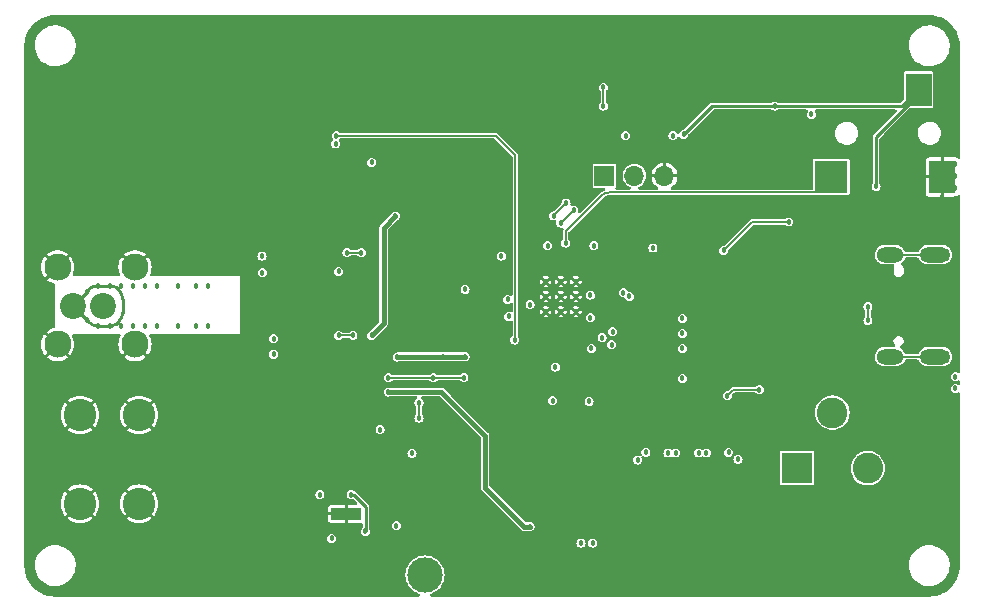
<source format=gbl>
G04 #@! TF.GenerationSoftware,KiCad,Pcbnew,7.0.6-7.0.6~ubuntu20.04.1*
G04 #@! TF.CreationDate,2024-04-09T16:12:21-07:00*
G04 #@! TF.ProjectId,harp_lick_detector_capactive,68617270-5f6c-4696-936b-5f6465746563,rev?*
G04 #@! TF.SameCoordinates,PX640a5a0PY7088980*
G04 #@! TF.FileFunction,Copper,L4,Bot*
G04 #@! TF.FilePolarity,Positive*
%FSLAX46Y46*%
G04 Gerber Fmt 4.6, Leading zero omitted, Abs format (unit mm)*
G04 Created by KiCad (PCBNEW 7.0.6-7.0.6~ubuntu20.04.1) date 2024-04-09 16:12:21*
%MOMM*%
%LPD*%
G01*
G04 APERTURE LIST*
G04 #@! TA.AperFunction,ComponentPad*
%ADD10R,2.600000X2.600000*%
G04 #@! TD*
G04 #@! TA.AperFunction,ComponentPad*
%ADD11C,2.600000*%
G04 #@! TD*
G04 #@! TA.AperFunction,ComponentPad*
%ADD12C,2.200000*%
G04 #@! TD*
G04 #@! TA.AperFunction,ComponentPad*
%ADD13C,2.300000*%
G04 #@! TD*
G04 #@! TA.AperFunction,ComponentPad*
%ADD14C,0.600000*%
G04 #@! TD*
G04 #@! TA.AperFunction,SMDPad,CuDef*
%ADD15R,2.650000X1.000000*%
G04 #@! TD*
G04 #@! TA.AperFunction,ComponentPad*
%ADD16C,0.457200*%
G04 #@! TD*
G04 #@! TA.AperFunction,ComponentPad*
%ADD17O,2.300000X1.300000*%
G04 #@! TD*
G04 #@! TA.AperFunction,ComponentPad*
%ADD18O,2.600000X1.300000*%
G04 #@! TD*
G04 #@! TA.AperFunction,ComponentPad*
%ADD19C,2.750000*%
G04 #@! TD*
G04 #@! TA.AperFunction,ComponentPad*
%ADD20R,1.700000X1.700000*%
G04 #@! TD*
G04 #@! TA.AperFunction,ComponentPad*
%ADD21O,1.700000X1.700000*%
G04 #@! TD*
G04 #@! TA.AperFunction,ComponentPad*
%ADD22C,3.000000*%
G04 #@! TD*
G04 #@! TA.AperFunction,SMDPad,CuDef*
%ADD23R,2.200000X2.800000*%
G04 #@! TD*
G04 #@! TA.AperFunction,SMDPad,CuDef*
%ADD24R,2.800000X2.800000*%
G04 #@! TD*
G04 #@! TA.AperFunction,ViaPad*
%ADD25C,0.457200*%
G04 #@! TD*
G04 #@! TA.AperFunction,Conductor*
%ADD26C,0.152400*%
G04 #@! TD*
G04 #@! TA.AperFunction,Conductor*
%ADD27C,0.400000*%
G04 #@! TD*
G04 #@! TA.AperFunction,Conductor*
%ADD28C,0.254000*%
G04 #@! TD*
G04 #@! TA.AperFunction,Conductor*
%ADD29C,0.250000*%
G04 #@! TD*
G04 APERTURE END LIST*
D10*
G04 #@! TO.P,J6,1*
G04 #@! TO.N,+12V*
X65800000Y11250000D03*
D11*
G04 #@! TO.P,J6,2*
G04 #@! TO.N,GND2*
X71800000Y11250000D03*
G04 #@! TO.P,J6,3*
G04 #@! TO.N,unconnected-(J6-Pad3)*
X68800000Y15950000D03*
G04 #@! TD*
D12*
G04 #@! TO.P,J3,1,In*
G04 #@! TO.N,/Lick Detection Analog Front End/triax_core*
X7000000Y25000000D03*
G04 #@! TO.P,J3,2,Guard*
G04 #@! TO.N,/Lick Detection Analog Front End/triax_inner_shield*
X4460000Y25000000D03*
D13*
G04 #@! TO.P,J3,3,Shield*
G04 #@! TO.N,GND*
X3190000Y21723400D03*
X9743200Y21723400D03*
X3190000Y28276600D03*
X9743200Y28276600D03*
G04 #@! TD*
D14*
G04 #@! TO.P,U11,13,PAD*
G04 #@! TO.N,GND*
X28650000Y7400000D03*
X27650000Y7400000D03*
D15*
X27650000Y7400000D03*
D14*
X26650000Y7400000D03*
G04 #@! TD*
D16*
G04 #@! TO.P,U4,57,GND*
G04 #@! TO.N,GND*
X47075000Y27037500D03*
X45800000Y27037500D03*
X44525000Y27037500D03*
X47075000Y25762500D03*
X45800000Y25762500D03*
X44525000Y25762500D03*
X47075000Y24487500D03*
X45800000Y24487500D03*
X44525000Y24487500D03*
G04 #@! TD*
D17*
G04 #@! TO.P,J5,S1,SHIELD*
G04 #@! TO.N,GND1*
X73675000Y20680000D03*
D18*
X77500000Y20680000D03*
D17*
X73675000Y29320000D03*
D18*
X77500000Y29320000D03*
G04 #@! TD*
D19*
G04 #@! TO.P,H1,1,1*
G04 #@! TO.N,GND*
X10100000Y15750000D03*
X5100000Y15750000D03*
X10100000Y8250000D03*
X5100000Y8250000D03*
G04 #@! TD*
D20*
G04 #@! TO.P,J2,1,Pin_1*
G04 #@! TO.N,/Harp Core RP2040 + Isolated USB/UART0_TXD*
X49500000Y36000000D03*
D21*
G04 #@! TO.P,J2,2,Pin_2*
G04 #@! TO.N,/Harp Core RP2040 + Isolated USB/UART0_RXD*
X52040000Y36000000D03*
G04 #@! TO.P,J2,3,Pin_3*
G04 #@! TO.N,GND*
X54580000Y36000000D03*
G04 #@! TD*
D22*
G04 #@! TO.P,TP1,1,1*
G04 #@! TO.N,Net-(R22-Pad2)*
X34300000Y2200000D03*
G04 #@! TD*
D23*
G04 #@! TO.P,J4,R*
G04 #@! TO.N,+3V3*
X76100000Y43300000D03*
G04 #@! TO.P,J4,S*
G04 #@! TO.N,GND*
X78100000Y35900000D03*
D24*
G04 #@! TO.P,J4,T*
G04 #@! TO.N,/Harp Core RP2040 + Isolated USB/HARP_CLK_SYNC*
X68700000Y35900000D03*
G04 #@! TD*
D25*
G04 #@! TO.N,GND*
X59100000Y17400000D03*
X52000000Y49200000D03*
X34200000Y12500000D03*
X800000Y34000000D03*
X27100000Y31300000D03*
X38000000Y49200000D03*
X62000000Y49200000D03*
X32000000Y800000D03*
X52000000Y800000D03*
X79200000Y42000000D03*
X56000000Y49200000D03*
X74619498Y44000000D03*
X800000Y44000000D03*
X6000000Y800000D03*
X55000000Y49200000D03*
X41000000Y49200000D03*
X71000000Y49200000D03*
X800000Y40000000D03*
X800000Y33000000D03*
X54700000Y45200000D03*
X10000000Y800000D03*
X29000000Y49200000D03*
X800000Y27000000D03*
X73000000Y800000D03*
X13000000Y800000D03*
X23000000Y49200000D03*
X36000000Y49200000D03*
X44200000Y36400000D03*
X27405500Y9000000D03*
X800000Y30000000D03*
X800000Y7000000D03*
X800000Y8000000D03*
X800000Y16000000D03*
X45100000Y14950000D03*
X17000000Y49200000D03*
X66000000Y800000D03*
X26200000Y36100000D03*
X62900000Y38400000D03*
X46000000Y800000D03*
X800000Y14000000D03*
X24000000Y49200000D03*
X800000Y13000000D03*
X75000000Y49200000D03*
X75000000Y800000D03*
X43000000Y49200000D03*
X11000000Y800000D03*
X30000000Y49200000D03*
X49400000Y21400000D03*
X8000000Y49200000D03*
X32800000Y32600000D03*
X800000Y29000000D03*
X79200000Y35000000D03*
X800000Y10000000D03*
X73000000Y49200000D03*
X78000000Y16900000D03*
X49000000Y800000D03*
X800000Y6000000D03*
X79200000Y5000000D03*
X48000000Y800000D03*
X34900000Y37200000D03*
X58000000Y800000D03*
X79200000Y37000000D03*
X79200000Y38000000D03*
X15000000Y800000D03*
X25000000Y800000D03*
X800000Y41000000D03*
X20500000Y22200000D03*
X56100000Y20425000D03*
X20000000Y800000D03*
X47000000Y800000D03*
X20000000Y49200000D03*
X54000000Y49200000D03*
X45200000Y8400000D03*
X32000000Y49200000D03*
X77900000Y31100000D03*
X13000000Y49200000D03*
X69000000Y800000D03*
X78100000Y34200000D03*
X53900000Y28100000D03*
X53900000Y26100000D03*
X63000000Y800000D03*
X65100000Y31300000D03*
X22000000Y49200000D03*
X40000000Y800000D03*
X79200000Y32000000D03*
X29000000Y800000D03*
X48000000Y49200000D03*
X800000Y19000000D03*
X37100000Y37200000D03*
X44000000Y49200000D03*
X800000Y23000000D03*
X45000000Y800000D03*
X44000000Y800000D03*
X49000000Y49200000D03*
X57000000Y800000D03*
X800000Y21000000D03*
X79200000Y17000000D03*
X43000000Y800000D03*
X50900000Y32600000D03*
X42000000Y49200000D03*
X56175000Y6675000D03*
X52300000Y7737500D03*
X54000000Y800000D03*
X24000000Y800000D03*
X39100000Y37100000D03*
X79200000Y40000000D03*
X36800000Y24700000D03*
X18000000Y800000D03*
X800000Y15000000D03*
X66000000Y49200000D03*
X70000000Y49200000D03*
X79200000Y36000000D03*
X21000000Y800000D03*
X63600000Y43000000D03*
X79200000Y15000000D03*
X62100000Y30000000D03*
X48200000Y15000000D03*
X79200000Y9000000D03*
X38900000Y24600000D03*
X41500000Y37200000D03*
X79200000Y41000000D03*
X32000000Y10300000D03*
X56100000Y27900000D03*
X24800000Y26900000D03*
X31000000Y49200000D03*
X57000000Y49200000D03*
X39000000Y49200000D03*
X79200000Y6000000D03*
X25000000Y49200000D03*
X46000000Y49200000D03*
X64000000Y49200000D03*
X800000Y5000000D03*
X27000000Y49200000D03*
X37100000Y19950000D03*
X68000000Y800000D03*
X45000000Y49200000D03*
X5000000Y49200000D03*
X37000000Y800000D03*
X800000Y24000000D03*
X53000000Y49200000D03*
X61800000Y12600000D03*
X79200000Y39000000D03*
X36000000Y800000D03*
X79200000Y14000000D03*
X9000000Y49200000D03*
X21500000Y29200000D03*
X59100000Y16400000D03*
X800000Y35000000D03*
X79200000Y31000000D03*
X56825000Y6675000D03*
X22000000Y800000D03*
X47900000Y33800000D03*
X11000000Y49200000D03*
X26743300Y38086654D03*
X64600000Y41200000D03*
X14000000Y49200000D03*
X5000000Y800000D03*
X38800000Y26900000D03*
X800000Y28000000D03*
X7000000Y49200000D03*
X800000Y42000000D03*
X26000000Y49200000D03*
X56100000Y19700000D03*
X79200000Y44000000D03*
X75000000Y35200000D03*
X800000Y17000000D03*
X54700000Y42600000D03*
X7000000Y800000D03*
X38900000Y25500000D03*
X35980000Y15480000D03*
X41000000Y800000D03*
X50800000Y17400000D03*
X32300000Y26600000D03*
X19000000Y49200000D03*
X800000Y31000000D03*
X25000000Y25000000D03*
X800000Y36000000D03*
X52900000Y23100000D03*
X79200000Y43000000D03*
X800000Y39000000D03*
X45200000Y6500000D03*
X61300000Y3350000D03*
X29800000Y35900000D03*
X800000Y43000000D03*
X9000000Y800000D03*
X800000Y20000000D03*
X6000000Y49200000D03*
X56000000Y800000D03*
X67000000Y49200000D03*
X59000000Y49200000D03*
X800000Y18000000D03*
X61000000Y800000D03*
X61000000Y49200000D03*
X17200000Y19700000D03*
X12000000Y49200000D03*
X79200000Y34000000D03*
X71000000Y800000D03*
X39000000Y800000D03*
X47500000Y7300000D03*
X37000000Y49200000D03*
X23000000Y800000D03*
X59000000Y800000D03*
X800000Y9000000D03*
X74000000Y800000D03*
X53000000Y800000D03*
X39800000Y29200000D03*
X800000Y25000000D03*
X79200000Y33000000D03*
X10000000Y49200000D03*
X34800000Y24700000D03*
X60800000Y7700000D03*
X64000000Y800000D03*
X35000000Y49200000D03*
X34000000Y49200000D03*
X42000000Y15850000D03*
X79200000Y7000000D03*
X28000000Y49200000D03*
X19000000Y800000D03*
X16000000Y800000D03*
X15000000Y49200000D03*
X73500000Y35100000D03*
X79200000Y16000000D03*
X65000000Y49200000D03*
X79200000Y45000000D03*
X52300000Y21100000D03*
X31000000Y800000D03*
X51000000Y800000D03*
X60000000Y49200000D03*
X55000000Y800000D03*
X63000000Y49200000D03*
X14000000Y800000D03*
X29800000Y19100000D03*
X60000000Y800000D03*
X42000000Y800000D03*
X60200000Y29000000D03*
X52900000Y22100000D03*
X800000Y11000000D03*
X62100000Y38400000D03*
X20500000Y20900000D03*
X27000000Y800000D03*
X72000000Y49200000D03*
X79200000Y11000000D03*
X8000000Y800000D03*
X21500000Y27800000D03*
X25700000Y6300000D03*
X30000000Y800000D03*
X48600000Y32400000D03*
X40000000Y49200000D03*
X16000000Y49200000D03*
X800000Y32000000D03*
X800000Y26000000D03*
X56825000Y10125000D03*
X21000000Y49200000D03*
X45100000Y13200000D03*
X51000000Y49200000D03*
X56175000Y10125000D03*
X79200000Y8000000D03*
X50800000Y16400000D03*
X60200000Y23300000D03*
X30800000Y11500000D03*
X79200000Y13000000D03*
X18000000Y49200000D03*
X62000000Y800000D03*
X800000Y12000000D03*
X33000000Y49200000D03*
X34800000Y26900000D03*
X48500000Y7300000D03*
X26000000Y800000D03*
X46800000Y18100000D03*
X55900000Y29900000D03*
X27000000Y26320000D03*
X12000000Y800000D03*
X64200000Y38100000D03*
X65000000Y800000D03*
X68000000Y49200000D03*
X50000000Y800000D03*
X26100000Y20900000D03*
X74000000Y49200000D03*
X50000000Y49200000D03*
X79200000Y10000000D03*
X69000000Y49200000D03*
X51200000Y12600000D03*
X47000000Y49200000D03*
X72000000Y800000D03*
X58000000Y49200000D03*
X800000Y38000000D03*
X800000Y45000000D03*
X800000Y22000000D03*
X29457443Y8600000D03*
X53900000Y27100000D03*
X33243300Y19900000D03*
X800000Y37000000D03*
X70000000Y800000D03*
X28000000Y800000D03*
X17000000Y800000D03*
X79200000Y12000000D03*
X38000000Y800000D03*
X67000000Y800000D03*
X43500000Y30100000D03*
G04 #@! TO.N,+3V3*
X48600000Y30100000D03*
X56100000Y23935000D03*
X63900000Y41900000D03*
X51100000Y26100000D03*
X26743300Y38695757D03*
X48400000Y21400000D03*
X40780000Y29200000D03*
X45100000Y16950000D03*
X37700000Y26400000D03*
X41400000Y24100000D03*
X49300000Y22300000D03*
X44700000Y30100000D03*
X50200000Y22800000D03*
X56100000Y21400000D03*
X51600000Y25800000D03*
X56100000Y22665000D03*
X56200000Y39500000D03*
X50100000Y21700000D03*
X56100000Y18855000D03*
X51300000Y39400000D03*
X48200000Y16900000D03*
X55300000Y39400000D03*
X54875000Y12537500D03*
X35800000Y20700000D03*
X52300000Y11937500D03*
X53600000Y29900000D03*
X53000000Y12600000D03*
X37700000Y20700000D03*
X41300000Y25550000D03*
X31950000Y20650000D03*
X55525000Y12537500D03*
X72500000Y35100000D03*
X45340397Y19800000D03*
G04 #@! TO.N,GND1*
X79200000Y19000000D03*
X71800000Y24921900D03*
X71800000Y23769500D03*
X79200000Y18000000D03*
G04 #@! TO.N,+1V1*
X48300000Y24000000D03*
X43200000Y25100000D03*
X48300000Y25900000D03*
G04 #@! TO.N,+2V5*
X31890000Y6390000D03*
X27000000Y27900000D03*
X33200000Y12500000D03*
X20500000Y29200000D03*
X29800000Y37137500D03*
X20520000Y27800000D03*
G04 #@! TO.N,-2V5*
X29800000Y22500000D03*
X30500000Y14500000D03*
X25400000Y9000000D03*
X21500000Y20900000D03*
X21480000Y22200000D03*
X31800000Y32600000D03*
G04 #@! TO.N,+5V*
X60800000Y12000000D03*
X26400000Y5300000D03*
X67000000Y41200000D03*
X28047936Y8996564D03*
X57475000Y12537500D03*
X58125000Y12537500D03*
X48500000Y4900000D03*
X29257443Y5892412D03*
X47500000Y4900000D03*
X60000000Y12600000D03*
G04 #@! TO.N,VREF_1V25*
X31200000Y17700000D03*
X43200000Y6300000D03*
G04 #@! TO.N,/Lick Detection Analog Front End/triax_inner_shield*
X15900000Y26700000D03*
X7600000Y23300000D03*
X13400000Y26700000D03*
X9600000Y26700000D03*
X8600000Y26700000D03*
X10600000Y23300000D03*
X14900000Y26700000D03*
X11600000Y23300000D03*
X11600000Y26700000D03*
X7600000Y26700000D03*
X9600000Y23300000D03*
X6600000Y26700000D03*
X15900000Y23300000D03*
X8600000Y23300000D03*
X5700000Y26200000D03*
X10600000Y26700000D03*
X5700000Y23800000D03*
X13400000Y23300000D03*
X6600000Y23300000D03*
X14900000Y23300000D03*
G04 #@! TO.N,/Harp Core RP2040 + Isolated USB/HARP_CLK_SYNC*
X46200000Y30300000D03*
G04 #@! TO.N,Net-(U4-GPIO24)*
X62600000Y17900000D03*
X59900000Y17400000D03*
G04 #@! TO.N,Net-(U4-GPIO25)*
X59600000Y29700000D03*
X65100000Y32100000D03*
G04 #@! TO.N,Net-(U16-+)*
X33800000Y16800000D03*
X33800000Y15500000D03*
G04 #@! TO.N,Net-(U15A--)*
X27000000Y22500000D03*
X28200000Y22500000D03*
G04 #@! TO.N,/Harp Core RP2040 + Isolated USB/FREQ_SEL_DIP*
X49400000Y43500000D03*
X46900000Y33100000D03*
X45800000Y32000000D03*
X49400000Y41900000D03*
G04 #@! TO.N,/Harp Core RP2040 + Isolated USB/GAIN_SEL_DIP*
X46243300Y33700000D03*
X45202064Y32602064D03*
G04 #@! TO.N,Net-(U15B--)*
X28900000Y29500000D03*
X27700000Y29500000D03*
G04 #@! TO.N,GAIN_SEL*
X37600000Y18900000D03*
X35000000Y18900000D03*
X41900000Y22100000D03*
X26800000Y39400000D03*
X31200000Y18900000D03*
G04 #@! TD*
D26*
G04 #@! TO.N,GND*
X78100000Y35900000D02*
X78100000Y34200000D01*
D27*
G04 #@! TO.N,+3V3*
X35800000Y20700000D02*
X37700000Y20700000D01*
D28*
X76000000Y42800000D02*
X72500000Y39300000D01*
X72500000Y39300000D02*
X72500000Y35100000D01*
X58600000Y41900000D02*
X74700000Y41900000D01*
X74700000Y41900000D02*
X76000000Y43200000D01*
X76000000Y43200000D02*
X76000000Y42800000D01*
X56200000Y39500000D02*
X58600000Y41900000D01*
D27*
X32000000Y20700000D02*
X31950000Y20650000D01*
X35800000Y20700000D02*
X32000000Y20700000D01*
D28*
X76000000Y43200000D02*
X76100000Y43300000D01*
D26*
G04 #@! TO.N,GND1*
X77500000Y20680000D02*
X73675000Y20680000D01*
X71800000Y24921900D02*
X71800000Y23769500D01*
X77500000Y29320000D02*
X73675000Y29320000D01*
D27*
G04 #@! TO.N,-2V5*
X30800000Y31600000D02*
X30800000Y23500000D01*
X31800000Y32600000D02*
X30800000Y31600000D01*
X30800000Y23500000D02*
X29800000Y22500000D01*
D29*
G04 #@! TO.N,+5V*
X29300000Y5934969D02*
X29300000Y8000000D01*
X28303436Y8996564D02*
X28047936Y8996564D01*
X29257443Y5892412D02*
X29300000Y5934969D01*
X29300000Y8000000D02*
X28303436Y8996564D01*
D27*
G04 #@! TO.N,VREF_1V25*
X43200000Y6300000D02*
X42700000Y6300000D01*
X42700000Y6300000D02*
X39400000Y9600000D01*
X39400000Y9600000D02*
X39400000Y14000000D01*
X39400000Y14000000D02*
X35700000Y17700000D01*
X35700000Y17700000D02*
X31200000Y17700000D01*
D28*
G04 #@! TO.N,/Lick Detection Analog Front End/triax_inner_shield*
X8407107Y23707107D02*
X8146446Y23446446D01*
X8146447Y26553553D02*
X8407107Y26292893D01*
X5660000Y26200000D02*
X5700000Y26200000D01*
X4460000Y25000000D02*
X5660000Y26200000D01*
X4460000Y25000000D02*
X5660000Y23800000D01*
X8700000Y25585786D02*
X8700000Y24414214D01*
X6600000Y26700000D02*
X7600000Y26700000D01*
X5660000Y23800000D02*
X5700000Y23800000D01*
X6574214Y23300000D02*
X6600000Y23300000D01*
X7600000Y26700000D02*
X7792893Y26700000D01*
X5700000Y26240000D02*
X5867107Y26407107D01*
X5700000Y23760000D02*
X5867107Y23592893D01*
X6600000Y23300000D02*
X7600000Y23300000D01*
X5700000Y26200000D02*
X5700000Y26240000D01*
X6574214Y26700000D02*
X6600000Y26700000D01*
X7792893Y23300000D02*
X7600000Y23300000D01*
X5700000Y23800000D02*
X5700000Y23760000D01*
X5867100Y23592886D02*
G75*
G03*
X6574214Y23300000I707100J707114D01*
G01*
X8407114Y23707100D02*
G75*
G03*
X8700000Y24414214I-707114J707100D01*
G01*
X6574214Y26699990D02*
G75*
G03*
X5867107Y26407107I-14J-999990D01*
G01*
X8146450Y26553556D02*
G75*
G03*
X7792893Y26700000I-353550J-353556D01*
G01*
X7792893Y23300005D02*
G75*
G03*
X8146446Y23446446I7J499995D01*
G01*
X8699990Y25585786D02*
G75*
G03*
X8407107Y26292893I-999990J14D01*
G01*
D26*
G04 #@! TO.N,/Harp Core RP2040 + Isolated USB/HARP_CLK_SYNC*
X49914214Y34600000D02*
X67400000Y34600000D01*
X46200000Y31300000D02*
X49207107Y34307107D01*
X67400000Y34600000D02*
X68700000Y35900000D01*
X46200000Y30300000D02*
X46200000Y31300000D01*
X49914214Y34599990D02*
G75*
G03*
X49207107Y34307107I-14J-999990D01*
G01*
G04 #@! TO.N,Net-(U4-GPIO24)*
X60400000Y17900000D02*
X62600000Y17900000D01*
X59900000Y17400000D02*
X60400000Y17900000D01*
G04 #@! TO.N,Net-(U4-GPIO25)*
X62000000Y32100000D02*
X59600000Y29700000D01*
X65100000Y32100000D02*
X62000000Y32100000D01*
G04 #@! TO.N,Net-(U16-+)*
X33800000Y16800000D02*
X33800000Y15500000D01*
G04 #@! TO.N,Net-(U15A--)*
X27000000Y22500000D02*
X28200000Y22500000D01*
G04 #@! TO.N,/Harp Core RP2040 + Isolated USB/FREQ_SEL_DIP*
X46900000Y33100000D02*
X45800000Y32000000D01*
X49400000Y43500000D02*
X49400000Y41900000D01*
G04 #@! TO.N,/Harp Core RP2040 + Isolated USB/GAIN_SEL_DIP*
X45202064Y32658764D02*
X46243300Y33700000D01*
X45202064Y32602064D02*
X45202064Y32658764D01*
G04 #@! TO.N,Net-(U15B--)*
X28900000Y29500000D02*
X27700000Y29500000D01*
G04 #@! TO.N,GAIN_SEL*
X35000000Y18900000D02*
X37600000Y18900000D01*
X40300000Y39400000D02*
X41957200Y37742800D01*
X26800000Y39400000D02*
X40300000Y39400000D01*
X41957200Y22157200D02*
X41900000Y22100000D01*
X31200000Y18900000D02*
X35000000Y18900000D01*
X41957200Y37742800D02*
X41957200Y22157200D01*
G04 #@! TD*
G04 #@! TA.AperFunction,Conductor*
G04 #@! TO.N,GND*
G36*
X77001735Y49618402D02*
G01*
X77132594Y49611054D01*
X77289712Y49602230D01*
X77296599Y49601454D01*
X77579234Y49553433D01*
X77586017Y49551885D01*
X77861495Y49472522D01*
X77868055Y49470225D01*
X77984861Y49421843D01*
X78132916Y49360517D01*
X78139173Y49357502D01*
X78390075Y49218833D01*
X78395967Y49215131D01*
X78629764Y49049243D01*
X78635205Y49044905D01*
X78848960Y48853881D01*
X78853880Y48848961D01*
X79044904Y48635206D01*
X79049242Y48629765D01*
X79215130Y48395968D01*
X79218832Y48390076D01*
X79357501Y48139174D01*
X79360521Y48132905D01*
X79470224Y47868056D01*
X79472523Y47861489D01*
X79551884Y47586018D01*
X79553432Y47579235D01*
X79601451Y47296617D01*
X79602230Y47289703D01*
X79618402Y47001737D01*
X79618500Y46998259D01*
X79618500Y37539632D01*
X79598815Y37472593D01*
X79546011Y37426838D01*
X79476853Y37416894D01*
X79413297Y37445919D01*
X79391398Y37470740D01*
X79383122Y37483125D01*
X79299104Y37539264D01*
X79299103Y37539265D01*
X79225021Y37554000D01*
X78227000Y37554000D01*
X78227000Y34246001D01*
X79225015Y34246001D01*
X79299106Y34260738D01*
X79299109Y34260739D01*
X79383123Y34316877D01*
X79391397Y34329258D01*
X79445009Y34374064D01*
X79514333Y34382773D01*
X79577361Y34352619D01*
X79614081Y34293176D01*
X79618500Y34260369D01*
X79618500Y19416744D01*
X79598815Y19349705D01*
X79546011Y19303950D01*
X79476853Y19294006D01*
X79436844Y19310244D01*
X79435731Y19308057D01*
X79319356Y19367352D01*
X79200002Y19386255D01*
X79199998Y19386255D01*
X79080643Y19367352D01*
X78972966Y19312489D01*
X78887511Y19227034D01*
X78832648Y19119357D01*
X78813745Y19000003D01*
X78813745Y18999998D01*
X78832648Y18880644D01*
X78887511Y18772967D01*
X78972966Y18687512D01*
X79080643Y18632649D01*
X79144891Y18622473D01*
X79198971Y18596837D01*
X79255108Y18622473D01*
X79319356Y18632649D01*
X79319357Y18632650D01*
X79319359Y18632650D01*
X79398487Y18672967D01*
X79435731Y18691943D01*
X79437168Y18689121D01*
X79487395Y18707053D01*
X79555452Y18691243D01*
X79604157Y18641147D01*
X79618500Y18583257D01*
X79618500Y18416744D01*
X79598815Y18349705D01*
X79546011Y18303950D01*
X79476853Y18294006D01*
X79436844Y18310244D01*
X79435731Y18308057D01*
X79319356Y18367352D01*
X79255108Y18377527D01*
X79201027Y18403164D01*
X79144891Y18377527D01*
X79080643Y18367352D01*
X78972966Y18312489D01*
X78887511Y18227034D01*
X78832648Y18119357D01*
X78813745Y18000003D01*
X78813745Y17999998D01*
X78832648Y17880644D01*
X78887511Y17772967D01*
X78972966Y17687512D01*
X79080643Y17632649D01*
X79199998Y17613745D01*
X79200000Y17613745D01*
X79200002Y17613745D01*
X79319356Y17632649D01*
X79319357Y17632650D01*
X79319359Y17632650D01*
X79398487Y17672967D01*
X79435731Y17691943D01*
X79437168Y17689121D01*
X79487395Y17707053D01*
X79555452Y17691243D01*
X79604157Y17641147D01*
X79618500Y17583257D01*
X79618500Y3001742D01*
X79618402Y2998264D01*
X79602230Y2710298D01*
X79601451Y2703384D01*
X79553432Y2420766D01*
X79551884Y2413983D01*
X79472523Y2138512D01*
X79470224Y2131945D01*
X79360521Y1867096D01*
X79357501Y1860827D01*
X79218832Y1609925D01*
X79215130Y1604033D01*
X79049242Y1370236D01*
X79044904Y1364795D01*
X78853880Y1151040D01*
X78848960Y1146120D01*
X78635205Y955096D01*
X78629764Y950758D01*
X78395967Y784870D01*
X78390075Y781168D01*
X78139173Y642499D01*
X78132904Y639479D01*
X77868055Y529776D01*
X77861488Y527477D01*
X77586017Y448116D01*
X77579234Y446568D01*
X77296616Y398549D01*
X77289702Y397770D01*
X77001736Y381598D01*
X76998258Y381500D01*
X34851576Y381500D01*
X34784537Y401185D01*
X34738782Y453989D01*
X34728838Y523147D01*
X34757863Y586703D01*
X34808315Y620156D01*
X34807853Y621273D01*
X35052721Y722701D01*
X35274551Y858639D01*
X35274551Y858640D01*
X35274554Y858641D01*
X35472391Y1027609D01*
X35641359Y1225446D01*
X35670195Y1272501D01*
X35777299Y1447279D01*
X35876862Y1687646D01*
X35892225Y1751636D01*
X35937598Y1940630D01*
X35958011Y2200000D01*
X35937598Y2459370D01*
X35918025Y2540897D01*
X35876862Y2712355D01*
X35777299Y2952722D01*
X35707660Y3066363D01*
X75268687Y3066363D01*
X75278846Y2801301D01*
X75329350Y2540894D01*
X75419009Y2291257D01*
X75419012Y2291250D01*
X75545726Y2058228D01*
X75545729Y2058223D01*
X75706530Y1847272D01*
X75706534Y1847267D01*
X75897657Y1663330D01*
X76114617Y1510723D01*
X76352331Y1393024D01*
X76605225Y1312991D01*
X76867372Y1272500D01*
X76867376Y1272500D01*
X77066219Y1272500D01*
X77066220Y1272500D01*
X77264478Y1287721D01*
X77522756Y1348161D01*
X77577528Y1370236D01*
X77768774Y1447314D01*
X77768779Y1447317D01*
X77768782Y1447318D01*
X77996788Y1582869D01*
X78201430Y1751636D01*
X78377912Y1949664D01*
X78448215Y2058224D01*
X78522094Y2172306D01*
X78522094Y2172308D01*
X78522096Y2172310D01*
X78630604Y2414357D01*
X78700892Y2670131D01*
X78731313Y2933637D01*
X78721153Y3198699D01*
X78670650Y3459103D01*
X78641107Y3541359D01*
X78580990Y3708744D01*
X78580987Y3708751D01*
X78454273Y3941773D01*
X78454270Y3941778D01*
X78293469Y4152729D01*
X78293466Y4152733D01*
X78102343Y4336670D01*
X78102339Y4336673D01*
X77885382Y4489278D01*
X77647670Y4606976D01*
X77647667Y4606977D01*
X77394777Y4687009D01*
X77289916Y4703206D01*
X77132628Y4727500D01*
X76933780Y4727500D01*
X76735522Y4712279D01*
X76735518Y4712279D01*
X76477246Y4651840D01*
X76477236Y4651837D01*
X76231225Y4552687D01*
X76231216Y4552682D01*
X76003213Y4417132D01*
X75798571Y4248365D01*
X75622088Y4050337D01*
X75622081Y4050328D01*
X75477905Y3827695D01*
X75477904Y3827691D01*
X75369395Y3585643D01*
X75299108Y3329872D01*
X75268687Y3066363D01*
X35707660Y3066363D01*
X35641361Y3174552D01*
X35641357Y3174557D01*
X35580547Y3245756D01*
X35472391Y3372391D01*
X35364233Y3464766D01*
X35274556Y3541358D01*
X35274551Y3541362D01*
X35052721Y3677300D01*
X34812354Y3776863D01*
X34559373Y3837598D01*
X34300000Y3858011D01*
X34040626Y3837598D01*
X33787645Y3776863D01*
X33547278Y3677300D01*
X33325448Y3541362D01*
X33325443Y3541358D01*
X33127609Y3372391D01*
X32958642Y3174557D01*
X32958638Y3174552D01*
X32822700Y2952722D01*
X32723137Y2712355D01*
X32662402Y2459374D01*
X32641989Y2200000D01*
X32662402Y1940627D01*
X32723137Y1687646D01*
X32822700Y1447279D01*
X32958638Y1225449D01*
X32958642Y1225444D01*
X33018145Y1155775D01*
X33127609Y1027609D01*
X33254244Y919453D01*
X33325443Y858643D01*
X33325448Y858639D01*
X33547278Y722701D01*
X33792147Y621273D01*
X33791650Y620076D01*
X33844419Y583992D01*
X33871616Y519633D01*
X33859701Y450787D01*
X33812456Y399312D01*
X33748424Y381500D01*
X3001742Y381500D01*
X2998265Y381598D01*
X2710297Y397770D01*
X2703385Y398549D01*
X2663072Y405399D01*
X2420765Y446568D01*
X2413982Y448116D01*
X2138511Y527477D01*
X2131944Y529776D01*
X1906546Y623138D01*
X1867091Y639481D01*
X1860826Y642499D01*
X1609924Y781168D01*
X1604032Y784870D01*
X1370235Y950758D01*
X1364794Y955096D01*
X1151039Y1146120D01*
X1146119Y1151040D01*
X955095Y1364795D01*
X950757Y1370236D01*
X784869Y1604033D01*
X781167Y1609925D01*
X642498Y1860827D01*
X639483Y1867084D01*
X560309Y2058228D01*
X529775Y2131945D01*
X527476Y2138512D01*
X517740Y2172306D01*
X448115Y2413983D01*
X446567Y2420766D01*
X440007Y2459374D01*
X398546Y2703401D01*
X397770Y2710288D01*
X385227Y2933638D01*
X381598Y2998265D01*
X381500Y3001742D01*
X381500Y3066363D01*
X1268687Y3066363D01*
X1278846Y2801301D01*
X1329350Y2540894D01*
X1419009Y2291257D01*
X1419012Y2291250D01*
X1545726Y2058228D01*
X1545729Y2058223D01*
X1706530Y1847272D01*
X1706534Y1847267D01*
X1897657Y1663330D01*
X2114617Y1510723D01*
X2352331Y1393024D01*
X2605225Y1312991D01*
X2867372Y1272500D01*
X2867376Y1272500D01*
X3066219Y1272500D01*
X3066220Y1272500D01*
X3264478Y1287721D01*
X3522756Y1348161D01*
X3577528Y1370236D01*
X3768774Y1447314D01*
X3768779Y1447317D01*
X3768782Y1447318D01*
X3996788Y1582869D01*
X4201430Y1751636D01*
X4377912Y1949664D01*
X4448215Y2058224D01*
X4522094Y2172306D01*
X4522094Y2172308D01*
X4522096Y2172310D01*
X4630604Y2414357D01*
X4700892Y2670131D01*
X4731313Y2933637D01*
X4721153Y3198699D01*
X4670650Y3459103D01*
X4641107Y3541359D01*
X4580990Y3708744D01*
X4580987Y3708751D01*
X4454273Y3941773D01*
X4454270Y3941778D01*
X4293469Y4152729D01*
X4293466Y4152733D01*
X4102343Y4336670D01*
X4102339Y4336673D01*
X3885382Y4489278D01*
X3647670Y4606976D01*
X3647667Y4606977D01*
X3394777Y4687009D01*
X3289916Y4703206D01*
X3132628Y4727500D01*
X2933780Y4727500D01*
X2735522Y4712279D01*
X2735518Y4712279D01*
X2477246Y4651840D01*
X2477236Y4651837D01*
X2231225Y4552687D01*
X2231216Y4552682D01*
X2003213Y4417132D01*
X1798571Y4248365D01*
X1622088Y4050337D01*
X1622081Y4050328D01*
X1477905Y3827695D01*
X1477904Y3827691D01*
X1369395Y3585643D01*
X1299108Y3329872D01*
X1268687Y3066363D01*
X381500Y3066363D01*
X381500Y4899998D01*
X47113745Y4899998D01*
X47132648Y4780644D01*
X47187511Y4672967D01*
X47272966Y4587512D01*
X47380643Y4532649D01*
X47499998Y4513745D01*
X47500000Y4513745D01*
X47500002Y4513745D01*
X47619356Y4532649D01*
X47619357Y4532650D01*
X47619359Y4532650D01*
X47727035Y4587513D01*
X47812487Y4672965D01*
X47867350Y4780641D01*
X47867350Y4780643D01*
X47867351Y4780644D01*
X47877527Y4844892D01*
X47903163Y4898973D01*
X47902224Y4901029D01*
X48096836Y4901029D01*
X48122473Y4844892D01*
X48132648Y4780644D01*
X48187511Y4672967D01*
X48272966Y4587512D01*
X48380643Y4532649D01*
X48499998Y4513745D01*
X48500000Y4513745D01*
X48500002Y4513745D01*
X48619356Y4532649D01*
X48619357Y4532650D01*
X48619359Y4532650D01*
X48727035Y4587513D01*
X48812487Y4672965D01*
X48867350Y4780641D01*
X48867350Y4780643D01*
X48867351Y4780644D01*
X48886255Y4899998D01*
X48886255Y4900003D01*
X48867351Y5019357D01*
X48812488Y5127034D01*
X48727033Y5212489D01*
X48619356Y5267352D01*
X48500002Y5286255D01*
X48499998Y5286255D01*
X48380643Y5267352D01*
X48272966Y5212489D01*
X48187511Y5127034D01*
X48132648Y5019357D01*
X48122473Y4955109D01*
X48096836Y4901029D01*
X47902224Y4901029D01*
X47877527Y4955109D01*
X47867351Y5019357D01*
X47812488Y5127034D01*
X47727033Y5212489D01*
X47619356Y5267352D01*
X47500002Y5286255D01*
X47499998Y5286255D01*
X47380643Y5267352D01*
X47272966Y5212489D01*
X47187511Y5127034D01*
X47132648Y5019357D01*
X47113745Y4900003D01*
X47113745Y4899998D01*
X381500Y4899998D01*
X381500Y5299998D01*
X26013744Y5299998D01*
X26032648Y5180644D01*
X26087511Y5072967D01*
X26172966Y4987512D01*
X26280643Y4932649D01*
X26399998Y4913745D01*
X26400000Y4913745D01*
X26400002Y4913745D01*
X26519356Y4932649D01*
X26519357Y4932650D01*
X26519359Y4932650D01*
X26627035Y4987513D01*
X26712487Y5072965D01*
X26767350Y5180641D01*
X26767350Y5180643D01*
X26767351Y5180644D01*
X26786255Y5299998D01*
X26786255Y5300003D01*
X26767351Y5419357D01*
X26712488Y5527034D01*
X26627033Y5612489D01*
X26519356Y5667352D01*
X26400002Y5686255D01*
X26399998Y5686255D01*
X26280643Y5667352D01*
X26172966Y5612489D01*
X26087511Y5527034D01*
X26032648Y5419357D01*
X26013744Y5300003D01*
X26013744Y5299998D01*
X381500Y5299998D01*
X381500Y8250000D01*
X3465963Y8250000D01*
X3486081Y7994377D01*
X3545938Y7745053D01*
X3644061Y7508163D01*
X3778032Y7289542D01*
X3778033Y7289540D01*
X3861826Y7191432D01*
X4362193Y7691800D01*
X4408805Y7627645D01*
X4539536Y7509934D01*
X4041430Y7011828D01*
X4139539Y6928034D01*
X4139541Y6928033D01*
X4358162Y6794062D01*
X4595052Y6695939D01*
X4844376Y6636082D01*
X5099999Y6615964D01*
X5355623Y6636082D01*
X5604947Y6695939D01*
X5841837Y6794062D01*
X6060458Y6928033D01*
X6060459Y6928034D01*
X6158568Y7011828D01*
X5660462Y7509933D01*
X5791195Y7627645D01*
X5837805Y7691799D01*
X6338172Y7191432D01*
X6421966Y7289541D01*
X6421967Y7289542D01*
X6555938Y7508163D01*
X6654061Y7745053D01*
X6713918Y7994377D01*
X6734036Y8250000D01*
X8465963Y8250000D01*
X8486081Y7994377D01*
X8545938Y7745053D01*
X8644061Y7508163D01*
X8778032Y7289542D01*
X8778033Y7289540D01*
X8861826Y7191432D01*
X9362193Y7691800D01*
X9408805Y7627645D01*
X9539536Y7509934D01*
X9041430Y7011828D01*
X9139539Y6928034D01*
X9139541Y6928033D01*
X9358162Y6794062D01*
X9595052Y6695939D01*
X9844376Y6636082D01*
X10100000Y6615964D01*
X10355623Y6636082D01*
X10604947Y6695939D01*
X10841837Y6794062D01*
X11060458Y6928033D01*
X11060459Y6928034D01*
X11158568Y7011828D01*
X10660462Y7509933D01*
X10791195Y7627645D01*
X10837805Y7691799D01*
X11338172Y7191432D01*
X11421966Y7289541D01*
X11421967Y7289542D01*
X11555938Y7508163D01*
X11563741Y7527000D01*
X26071000Y7527000D01*
X26564869Y7527000D01*
X26515514Y7477646D01*
X26494709Y7400000D01*
X26515514Y7322355D01*
X26564869Y7273000D01*
X26071001Y7273000D01*
X26071001Y6874986D01*
X26085737Y6800894D01*
X26085738Y6800891D01*
X26141876Y6716877D01*
X26225895Y6660737D01*
X26225896Y6660736D01*
X26299980Y6646001D01*
X27522999Y6646001D01*
X27523000Y6646002D01*
X27523000Y7273000D01*
X26735131Y7273000D01*
X26784486Y7322354D01*
X26805291Y7400000D01*
X27494709Y7400000D01*
X27515514Y7322355D01*
X27572355Y7265514D01*
X27630254Y7250000D01*
X27669746Y7250000D01*
X27727645Y7265514D01*
X27776999Y7314869D01*
X27777000Y6646001D01*
X28898100Y6646001D01*
X28965139Y6626316D01*
X29010894Y6573512D01*
X29022100Y6522001D01*
X29022100Y6247955D01*
X29002415Y6180916D01*
X28985783Y6160276D01*
X28944954Y6119447D01*
X28890091Y6011769D01*
X28871188Y5892415D01*
X28871188Y5892410D01*
X28890091Y5773056D01*
X28944954Y5665379D01*
X29030409Y5579924D01*
X29138086Y5525061D01*
X29257441Y5506157D01*
X29257443Y5506157D01*
X29257445Y5506157D01*
X29376799Y5525061D01*
X29376800Y5525062D01*
X29376802Y5525062D01*
X29484478Y5579925D01*
X29569930Y5665377D01*
X29624793Y5773053D01*
X29624793Y5773055D01*
X29624794Y5773056D01*
X29643698Y5892410D01*
X29643698Y5892415D01*
X29624794Y6011769D01*
X29591415Y6077280D01*
X29577900Y6133574D01*
X29577900Y6389998D01*
X31503745Y6389998D01*
X31522648Y6270644D01*
X31577511Y6162967D01*
X31662966Y6077512D01*
X31770643Y6022649D01*
X31889998Y6003745D01*
X31890000Y6003745D01*
X31890002Y6003745D01*
X32009356Y6022649D01*
X32009357Y6022650D01*
X32009359Y6022650D01*
X32117035Y6077513D01*
X32202487Y6162965D01*
X32257350Y6270641D01*
X32257350Y6270643D01*
X32257351Y6270644D01*
X32276255Y6389998D01*
X32276255Y6390003D01*
X32257351Y6509357D01*
X32202488Y6617034D01*
X32117033Y6702489D01*
X32009356Y6757352D01*
X31890002Y6776255D01*
X31889998Y6776255D01*
X31770643Y6757352D01*
X31662966Y6702489D01*
X31577511Y6617034D01*
X31522648Y6509357D01*
X31503745Y6390003D01*
X31503745Y6389998D01*
X29577900Y6389998D01*
X29577900Y7941558D01*
X29578495Y7950134D01*
X29580001Y7960936D01*
X29580003Y7960941D01*
X29577966Y8005000D01*
X29577900Y8007863D01*
X29577900Y8025751D01*
X29577900Y8025753D01*
X29577503Y8027872D01*
X29576513Y8036410D01*
X29575204Y8064727D01*
X29573052Y8069599D01*
X29564600Y8096896D01*
X29563623Y8102128D01*
X29548688Y8126248D01*
X29544694Y8133824D01*
X29533238Y8159772D01*
X29529474Y8163536D01*
X29511728Y8185940D01*
X29508928Y8190463D01*
X29486298Y8207552D01*
X29479816Y8213194D01*
X28541267Y9151743D01*
X28535623Y9158229D01*
X28529046Y9166938D01*
X28496454Y9196650D01*
X28494382Y9198628D01*
X28481729Y9211281D01*
X28479948Y9212501D01*
X28473213Y9217837D01*
X28452266Y9236932D01*
X28447298Y9238857D01*
X28422024Y9252179D01*
X28417630Y9255189D01*
X28417629Y9255190D01*
X28417628Y9255190D01*
X28390027Y9261683D01*
X28381819Y9264225D01*
X28355385Y9274465D01*
X28344092Y9276575D01*
X28344593Y9279259D01*
X28293881Y9294149D01*
X28279207Y9305974D01*
X28274970Y9309052D01*
X28167292Y9363916D01*
X28047938Y9382819D01*
X28047934Y9382819D01*
X27928579Y9363916D01*
X27820902Y9309053D01*
X27735447Y9223598D01*
X27680584Y9115921D01*
X27661680Y8996567D01*
X27661680Y8996562D01*
X27680584Y8877208D01*
X27735447Y8769531D01*
X27820902Y8684076D01*
X27928579Y8629213D01*
X28047934Y8610309D01*
X28047936Y8610309D01*
X28047938Y8610309D01*
X28107615Y8619762D01*
X28167295Y8629214D01*
X28167298Y8629216D01*
X28176571Y8632228D01*
X28177660Y8628874D01*
X28228812Y8638510D01*
X28293568Y8612270D01*
X28304188Y8602803D01*
X28541310Y8365681D01*
X28574795Y8304358D01*
X28569811Y8234666D01*
X28527939Y8178733D01*
X28462475Y8154316D01*
X28453629Y8154000D01*
X27777000Y8154000D01*
X27776999Y7485132D01*
X27727645Y7534486D01*
X27669746Y7550000D01*
X27630254Y7550000D01*
X27572355Y7534486D01*
X27515514Y7477646D01*
X27494709Y7400000D01*
X26805291Y7400000D01*
X26784486Y7477645D01*
X26735131Y7527000D01*
X27523000Y7527000D01*
X27523000Y8154000D01*
X26299985Y8154000D01*
X26225893Y8139263D01*
X26225890Y8139262D01*
X26141876Y8083124D01*
X26085736Y7999105D01*
X26085735Y7999104D01*
X26071000Y7925022D01*
X26071000Y7527000D01*
X11563741Y7527000D01*
X11654061Y7745053D01*
X11713918Y7994377D01*
X11734036Y8250000D01*
X11713918Y8505624D01*
X11654061Y8754948D01*
X11555938Y8991838D01*
X11550938Y8999998D01*
X25013744Y8999998D01*
X25032648Y8880644D01*
X25087511Y8772967D01*
X25172966Y8687512D01*
X25280643Y8632649D01*
X25399998Y8613745D01*
X25400000Y8613745D01*
X25400002Y8613745D01*
X25519356Y8632649D01*
X25519357Y8632650D01*
X25519359Y8632650D01*
X25627035Y8687513D01*
X25712487Y8772965D01*
X25767350Y8880641D01*
X25767350Y8880643D01*
X25767351Y8880644D01*
X25786255Y8999998D01*
X25786255Y9000003D01*
X25767351Y9119357D01*
X25712488Y9227034D01*
X25627033Y9312489D01*
X25519356Y9367352D01*
X25400002Y9386255D01*
X25399998Y9386255D01*
X25280643Y9367352D01*
X25172966Y9312489D01*
X25087511Y9227034D01*
X25032648Y9119357D01*
X25013744Y9000003D01*
X25013744Y8999998D01*
X11550938Y8999998D01*
X11421967Y9210459D01*
X11421966Y9210461D01*
X11338172Y9308570D01*
X10837804Y8808202D01*
X10791195Y8872355D01*
X10660462Y8990068D01*
X11158568Y9488174D01*
X11060460Y9571967D01*
X11060458Y9571968D01*
X10841837Y9705939D01*
X10604947Y9804062D01*
X10355623Y9863919D01*
X10100000Y9884037D01*
X9844376Y9863919D01*
X9595052Y9804062D01*
X9358162Y9705939D01*
X9139539Y9571966D01*
X9139534Y9571963D01*
X9041430Y9488174D01*
X9539537Y8990068D01*
X9408805Y8872355D01*
X9362194Y8808202D01*
X8861826Y9308570D01*
X8778037Y9210466D01*
X8778034Y9210461D01*
X8644061Y8991838D01*
X8545938Y8754948D01*
X8486081Y8505624D01*
X8465963Y8250000D01*
X6734036Y8250000D01*
X6713918Y8505624D01*
X6654061Y8754948D01*
X6555938Y8991838D01*
X6421967Y9210459D01*
X6421966Y9210461D01*
X6338172Y9308570D01*
X5837804Y8808203D01*
X5791195Y8872355D01*
X5660461Y8990068D01*
X6158568Y9488174D01*
X6060460Y9571967D01*
X6060458Y9571968D01*
X5841837Y9705939D01*
X5604947Y9804062D01*
X5355623Y9863919D01*
X5100000Y9884037D01*
X4844376Y9863919D01*
X4595052Y9804062D01*
X4358162Y9705939D01*
X4139539Y9571966D01*
X4139534Y9571963D01*
X4041430Y9488174D01*
X4539536Y8990067D01*
X4408805Y8872355D01*
X4362194Y8808202D01*
X3861826Y9308570D01*
X3778037Y9210466D01*
X3778034Y9210461D01*
X3644061Y8991838D01*
X3545938Y8754948D01*
X3486081Y8505624D01*
X3465963Y8250000D01*
X381500Y8250000D01*
X381500Y12499998D01*
X32813745Y12499998D01*
X32832648Y12380644D01*
X32887511Y12272967D01*
X32972966Y12187512D01*
X33080643Y12132649D01*
X33199998Y12113745D01*
X33200000Y12113745D01*
X33200002Y12113745D01*
X33319356Y12132649D01*
X33319357Y12132650D01*
X33319359Y12132650D01*
X33427035Y12187513D01*
X33512487Y12272965D01*
X33567350Y12380641D01*
X33567350Y12380643D01*
X33567351Y12380644D01*
X33586255Y12499998D01*
X33586255Y12500003D01*
X33567351Y12619357D01*
X33512488Y12727034D01*
X33427033Y12812489D01*
X33319356Y12867352D01*
X33200002Y12886255D01*
X33199998Y12886255D01*
X33080643Y12867352D01*
X32972966Y12812489D01*
X32887511Y12727034D01*
X32832648Y12619357D01*
X32813745Y12500003D01*
X32813745Y12499998D01*
X381500Y12499998D01*
X381500Y15750000D01*
X3465963Y15750000D01*
X3486081Y15494377D01*
X3545938Y15245053D01*
X3644061Y15008163D01*
X3778032Y14789542D01*
X3778033Y14789540D01*
X3861826Y14691432D01*
X4362193Y15191800D01*
X4408805Y15127645D01*
X4539536Y15009934D01*
X4041430Y14511828D01*
X4139539Y14428034D01*
X4139541Y14428033D01*
X4358162Y14294062D01*
X4595052Y14195939D01*
X4844376Y14136082D01*
X5100000Y14115964D01*
X5355623Y14136082D01*
X5604947Y14195939D01*
X5841837Y14294062D01*
X6060458Y14428033D01*
X6060459Y14428034D01*
X6158568Y14511828D01*
X5660462Y15009933D01*
X5791195Y15127645D01*
X5837805Y15191799D01*
X6338172Y14691432D01*
X6421966Y14789541D01*
X6421967Y14789542D01*
X6555938Y15008163D01*
X6654061Y15245053D01*
X6713918Y15494377D01*
X6734036Y15750000D01*
X8465963Y15750000D01*
X8486081Y15494377D01*
X8545938Y15245053D01*
X8644061Y15008163D01*
X8778032Y14789542D01*
X8778033Y14789540D01*
X8861826Y14691432D01*
X9362193Y15191800D01*
X9408805Y15127645D01*
X9539536Y15009934D01*
X9041430Y14511828D01*
X9139539Y14428034D01*
X9139541Y14428033D01*
X9358162Y14294062D01*
X9595052Y14195939D01*
X9844376Y14136082D01*
X10100000Y14115964D01*
X10355623Y14136082D01*
X10604947Y14195939D01*
X10841837Y14294062D01*
X11060458Y14428033D01*
X11060459Y14428034D01*
X11144717Y14499998D01*
X30113745Y14499998D01*
X30132648Y14380644D01*
X30187511Y14272967D01*
X30272966Y14187512D01*
X30380643Y14132649D01*
X30499998Y14113745D01*
X30500000Y14113745D01*
X30500002Y14113745D01*
X30619356Y14132649D01*
X30619357Y14132650D01*
X30619359Y14132650D01*
X30727035Y14187513D01*
X30812487Y14272965D01*
X30867350Y14380641D01*
X30867350Y14380643D01*
X30867351Y14380644D01*
X30886255Y14499998D01*
X30886255Y14500003D01*
X30867351Y14619357D01*
X30812488Y14727034D01*
X30727033Y14812489D01*
X30619356Y14867352D01*
X30500002Y14886255D01*
X30499998Y14886255D01*
X30380643Y14867352D01*
X30272966Y14812489D01*
X30187511Y14727034D01*
X30132648Y14619357D01*
X30113745Y14500003D01*
X30113745Y14499998D01*
X11144717Y14499998D01*
X11158568Y14511828D01*
X10660462Y15009933D01*
X10791195Y15127645D01*
X10837805Y15191799D01*
X11338172Y14691432D01*
X11421966Y14789541D01*
X11421967Y14789542D01*
X11555938Y15008163D01*
X11654061Y15245053D01*
X11713918Y15494377D01*
X11734036Y15750000D01*
X11713918Y16005624D01*
X11654061Y16254948D01*
X11555938Y16491838D01*
X11421967Y16710459D01*
X11421966Y16710461D01*
X11338172Y16808570D01*
X10837804Y16308202D01*
X10791195Y16372355D01*
X10660462Y16490068D01*
X11158568Y16988174D01*
X11060460Y17071967D01*
X11060458Y17071968D01*
X10841837Y17205939D01*
X10604947Y17304062D01*
X10355623Y17363919D01*
X10100000Y17384037D01*
X9844376Y17363919D01*
X9595052Y17304062D01*
X9358162Y17205939D01*
X9139539Y17071966D01*
X9139534Y17071963D01*
X9041430Y16988174D01*
X9539537Y16490068D01*
X9408805Y16372355D01*
X9362194Y16308202D01*
X8861826Y16808570D01*
X8778037Y16710466D01*
X8778034Y16710461D01*
X8644061Y16491838D01*
X8545938Y16254948D01*
X8486081Y16005624D01*
X8465963Y15750000D01*
X6734036Y15750000D01*
X6713918Y16005624D01*
X6654061Y16254948D01*
X6555938Y16491838D01*
X6421967Y16710459D01*
X6421966Y16710461D01*
X6338172Y16808570D01*
X5837804Y16308203D01*
X5791195Y16372355D01*
X5660462Y16490068D01*
X6158568Y16988174D01*
X6060460Y17071967D01*
X6060458Y17071968D01*
X5841837Y17205939D01*
X5604947Y17304062D01*
X5355623Y17363919D01*
X5099999Y17384037D01*
X4844376Y17363919D01*
X4595052Y17304062D01*
X4358162Y17205939D01*
X4139539Y17071966D01*
X4139534Y17071963D01*
X4041430Y16988174D01*
X4539537Y16490068D01*
X4408805Y16372355D01*
X4362194Y16308202D01*
X3861826Y16808570D01*
X3778037Y16710466D01*
X3778034Y16710461D01*
X3644061Y16491838D01*
X3545938Y16254948D01*
X3486081Y16005624D01*
X3465963Y15750000D01*
X381500Y15750000D01*
X381500Y17699998D01*
X30813745Y17699998D01*
X30832648Y17580644D01*
X30887511Y17472967D01*
X30972966Y17387512D01*
X31080643Y17332649D01*
X31199998Y17313745D01*
X31200000Y17313745D01*
X31200002Y17313745D01*
X31247743Y17321308D01*
X31319359Y17332650D01*
X31321196Y17333587D01*
X31325194Y17334546D01*
X31328635Y17335664D01*
X31328723Y17335394D01*
X31377488Y17347100D01*
X33516921Y17347100D01*
X33583960Y17327415D01*
X33629715Y17274611D01*
X33639659Y17205453D01*
X33610634Y17141897D01*
X33580690Y17118466D01*
X33580864Y17118227D01*
X33574188Y17113377D01*
X33573214Y17112614D01*
X33572965Y17112488D01*
X33487511Y17027034D01*
X33432648Y16919357D01*
X33413745Y16800003D01*
X33413745Y16799998D01*
X33432648Y16680644D01*
X33487511Y16572967D01*
X33534581Y16525897D01*
X33568066Y16464574D01*
X33570900Y16438216D01*
X33570900Y15861785D01*
X33551215Y15794746D01*
X33534582Y15774105D01*
X33487511Y15727034D01*
X33432648Y15619357D01*
X33413745Y15500003D01*
X33413745Y15499998D01*
X33432648Y15380644D01*
X33487511Y15272967D01*
X33572966Y15187512D01*
X33680643Y15132649D01*
X33799998Y15113745D01*
X33800000Y15113745D01*
X33800002Y15113745D01*
X33919356Y15132649D01*
X33919357Y15132650D01*
X33919359Y15132650D01*
X34027035Y15187513D01*
X34112487Y15272965D01*
X34167350Y15380641D01*
X34167350Y15380643D01*
X34167351Y15380644D01*
X34186255Y15499998D01*
X34186255Y15500003D01*
X34167351Y15619357D01*
X34112489Y15727033D01*
X34065417Y15774106D01*
X34031933Y15835430D01*
X34029100Y15861786D01*
X34029100Y16438217D01*
X34048785Y16505256D01*
X34065415Y16525894D01*
X34112487Y16572965D01*
X34167350Y16680641D01*
X34167350Y16680643D01*
X34167351Y16680644D01*
X34186255Y16799998D01*
X34186255Y16800003D01*
X34167351Y16919357D01*
X34112488Y17027034D01*
X34027034Y17112488D01*
X34026786Y17112614D01*
X34026535Y17112851D01*
X34019136Y17118227D01*
X34019830Y17119183D01*
X33975989Y17160588D01*
X33959193Y17228408D01*
X33981729Y17294544D01*
X34036443Y17337996D01*
X34083079Y17347100D01*
X35502462Y17347100D01*
X35569501Y17327415D01*
X35590143Y17310781D01*
X39010781Y13890143D01*
X39044266Y13828820D01*
X39047100Y13802462D01*
X39047100Y9649461D01*
X39044461Y9624013D01*
X39042525Y9614785D01*
X39046623Y9581912D01*
X39047100Y9574236D01*
X39047100Y9570757D01*
X39050712Y9549111D01*
X39057094Y9497909D01*
X39059194Y9490854D01*
X39059204Y9490827D01*
X39059211Y9490803D01*
X39061604Y9483833D01*
X39061605Y9483830D01*
X39061606Y9483829D01*
X39086160Y9438456D01*
X39108821Y9392103D01*
X39108822Y9392102D01*
X39113128Y9386070D01*
X39117659Y9380249D01*
X39155624Y9345300D01*
X42415487Y6085437D01*
X42431611Y6065582D01*
X42436773Y6057682D01*
X42436774Y6057681D01*
X42436775Y6057680D01*
X42462918Y6037333D01*
X42468681Y6032243D01*
X42471140Y6029784D01*
X42488999Y6017033D01*
X42529716Y5985342D01*
X42529720Y5985341D01*
X42536167Y5981852D01*
X42536215Y5981828D01*
X42536258Y5981805D01*
X42542862Y5978576D01*
X42542865Y5978574D01*
X42542867Y5978574D01*
X42542868Y5978573D01*
X42592317Y5963851D01*
X42641111Y5947100D01*
X42648395Y5945885D01*
X42648407Y5945883D01*
X42648429Y5945880D01*
X42655744Y5944968D01*
X42655745Y5944967D01*
X42655745Y5944968D01*
X42655746Y5944967D01*
X42707307Y5947100D01*
X43022512Y5947100D01*
X43071276Y5935394D01*
X43071365Y5935664D01*
X43074805Y5934546D01*
X43078803Y5933587D01*
X43080641Y5932650D01*
X43140320Y5923198D01*
X43199998Y5913745D01*
X43200000Y5913745D01*
X43200002Y5913745D01*
X43319356Y5932649D01*
X43319357Y5932650D01*
X43319359Y5932650D01*
X43427035Y5987513D01*
X43512487Y6072965D01*
X43567350Y6180641D01*
X43567350Y6180643D01*
X43567351Y6180644D01*
X43586255Y6299998D01*
X43586255Y6300003D01*
X43567351Y6419357D01*
X43512488Y6527034D01*
X43427033Y6612489D01*
X43319356Y6667352D01*
X43200002Y6686255D01*
X43199998Y6686255D01*
X43080643Y6667351D01*
X43078804Y6666414D01*
X43074805Y6665455D01*
X43071365Y6664336D01*
X43071276Y6664607D01*
X43022512Y6652900D01*
X42897538Y6652900D01*
X42830499Y6672585D01*
X42809857Y6689219D01*
X39789219Y9709858D01*
X39755734Y9771181D01*
X39752900Y9797539D01*
X39752900Y9934946D01*
X64347100Y9934946D01*
X64355972Y9890342D01*
X64355973Y9890339D01*
X64373627Y9863919D01*
X64389766Y9839766D01*
X64440342Y9805972D01*
X64440343Y9805972D01*
X64440345Y9805971D01*
X64462642Y9801536D01*
X64484943Y9797100D01*
X67115056Y9797101D01*
X67159658Y9805972D01*
X67210234Y9839766D01*
X67244028Y9890342D01*
X67252900Y9934943D01*
X67252900Y11249995D01*
X70342121Y11249995D01*
X70362004Y11010045D01*
X70362004Y11010042D01*
X70362005Y11010041D01*
X70421113Y10776627D01*
X70517834Y10556126D01*
X70649529Y10354552D01*
X70812605Y10177404D01*
X70812608Y10177402D01*
X70812611Y10177399D01*
X71002607Y10029519D01*
X71002613Y10029515D01*
X71002616Y10029513D01*
X71214377Y9914913D01*
X71442112Y9836732D01*
X71679609Y9797100D01*
X71679610Y9797100D01*
X71920390Y9797100D01*
X71920391Y9797100D01*
X72157888Y9836732D01*
X72385623Y9914913D01*
X72597384Y10029513D01*
X72787395Y10177404D01*
X72950471Y10354552D01*
X73082166Y10556126D01*
X73178887Y10776627D01*
X73237995Y11010041D01*
X73257879Y11250000D01*
X73237995Y11489959D01*
X73178887Y11723373D01*
X73082166Y11943874D01*
X72950471Y12145448D01*
X72787395Y12322596D01*
X72787390Y12322600D01*
X72787388Y12322602D01*
X72597392Y12470482D01*
X72597386Y12470486D01*
X72385624Y12585087D01*
X72385619Y12585089D01*
X72157890Y12663268D01*
X71973545Y12694030D01*
X71920391Y12702900D01*
X71679609Y12702900D01*
X71626455Y12694030D01*
X71442109Y12663268D01*
X71214380Y12585089D01*
X71214375Y12585087D01*
X71002613Y12470486D01*
X71002607Y12470482D01*
X70812611Y12322602D01*
X70812608Y12322599D01*
X70812605Y12322597D01*
X70812605Y12322596D01*
X70766917Y12272965D01*
X70649529Y12145448D01*
X70517832Y11943871D01*
X70421113Y11723374D01*
X70362004Y11489956D01*
X70342121Y11250006D01*
X70342121Y11249995D01*
X67252900Y11249995D01*
X67252899Y12565056D01*
X67244028Y12609658D01*
X67244026Y12609660D01*
X67244026Y12609662D01*
X67210234Y12660234D01*
X67159659Y12694027D01*
X67159658Y12694028D01*
X67159657Y12694029D01*
X67159656Y12694029D01*
X67159654Y12694030D01*
X67115059Y12702900D01*
X64484945Y12702900D01*
X64440341Y12694028D01*
X64440338Y12694027D01*
X64389766Y12660235D01*
X64355971Y12609657D01*
X64355970Y12609655D01*
X64347100Y12565060D01*
X64347100Y9934946D01*
X39752900Y9934946D01*
X39752900Y11937498D01*
X51913745Y11937498D01*
X51932648Y11818144D01*
X51987511Y11710467D01*
X52072966Y11625012D01*
X52180643Y11570149D01*
X52299998Y11551245D01*
X52300000Y11551245D01*
X52300002Y11551245D01*
X52419356Y11570149D01*
X52419357Y11570150D01*
X52419359Y11570150D01*
X52527035Y11625013D01*
X52612487Y11710465D01*
X52667350Y11818141D01*
X52667350Y11818143D01*
X52667351Y11818144D01*
X52686255Y11937498D01*
X52686255Y11937503D01*
X52676357Y11999998D01*
X60413745Y11999998D01*
X60432648Y11880644D01*
X60487511Y11772967D01*
X60572966Y11687512D01*
X60680643Y11632649D01*
X60799998Y11613745D01*
X60800000Y11613745D01*
X60800002Y11613745D01*
X60919356Y11632649D01*
X60919357Y11632650D01*
X60919359Y11632650D01*
X61027035Y11687513D01*
X61112487Y11772965D01*
X61167350Y11880641D01*
X61167350Y11880643D01*
X61167351Y11880644D01*
X61186255Y11999998D01*
X61186255Y12000003D01*
X61167351Y12119357D01*
X61112488Y12227034D01*
X61027033Y12312489D01*
X60919356Y12367352D01*
X60800002Y12386255D01*
X60799998Y12386255D01*
X60680643Y12367352D01*
X60572966Y12312489D01*
X60532660Y12272183D01*
X60477276Y12241943D01*
X60465505Y12183844D01*
X60432648Y12119357D01*
X60413745Y12000003D01*
X60413745Y11999998D01*
X52676357Y11999998D01*
X52667351Y12056855D01*
X52667350Y12056857D01*
X52667350Y12056859D01*
X52644838Y12101041D01*
X52631943Y12169708D01*
X52658220Y12234448D01*
X52715326Y12274705D01*
X52785132Y12277697D01*
X52811617Y12267819D01*
X52880641Y12232650D01*
X52880642Y12232650D01*
X52880644Y12232649D01*
X52999998Y12213745D01*
X53000000Y12213745D01*
X53000002Y12213745D01*
X53119356Y12232649D01*
X53119357Y12232650D01*
X53119359Y12232650D01*
X53227035Y12287513D01*
X53312487Y12372965D01*
X53367350Y12480641D01*
X53367350Y12480643D01*
X53367351Y12480644D01*
X53376356Y12537498D01*
X54488745Y12537498D01*
X54507648Y12418144D01*
X54562511Y12310467D01*
X54647966Y12225012D01*
X54755643Y12170149D01*
X54874998Y12151245D01*
X54875000Y12151245D01*
X54875002Y12151245D01*
X54994356Y12170149D01*
X54994357Y12170150D01*
X54994359Y12170150D01*
X55102035Y12225013D01*
X55112318Y12235298D01*
X55173642Y12268782D01*
X55243334Y12263798D01*
X55287681Y12235297D01*
X55297966Y12225012D01*
X55405643Y12170149D01*
X55524998Y12151245D01*
X55525000Y12151245D01*
X55525002Y12151245D01*
X55644356Y12170149D01*
X55644357Y12170150D01*
X55644359Y12170150D01*
X55752035Y12225013D01*
X55837487Y12310465D01*
X55892350Y12418141D01*
X55892350Y12418143D01*
X55892351Y12418144D01*
X55911255Y12537498D01*
X57088745Y12537498D01*
X57107648Y12418144D01*
X57162511Y12310467D01*
X57247966Y12225012D01*
X57355643Y12170149D01*
X57474998Y12151245D01*
X57475000Y12151245D01*
X57475002Y12151245D01*
X57594356Y12170149D01*
X57594357Y12170150D01*
X57594359Y12170150D01*
X57702035Y12225013D01*
X57712318Y12235298D01*
X57773642Y12268782D01*
X57843334Y12263798D01*
X57887681Y12235297D01*
X57897966Y12225012D01*
X58005643Y12170149D01*
X58124998Y12151245D01*
X58125000Y12151245D01*
X58125002Y12151245D01*
X58244356Y12170149D01*
X58244357Y12170150D01*
X58244359Y12170150D01*
X58352035Y12225013D01*
X58437487Y12310465D01*
X58492350Y12418141D01*
X58492350Y12418143D01*
X58492351Y12418144D01*
X58511255Y12537498D01*
X58511255Y12537503D01*
X58501357Y12599998D01*
X59613745Y12599998D01*
X59632648Y12480644D01*
X59687511Y12372967D01*
X59772966Y12287512D01*
X59880643Y12232649D01*
X59999998Y12213745D01*
X60000000Y12213745D01*
X60000002Y12213745D01*
X60119356Y12232649D01*
X60119357Y12232650D01*
X60119359Y12232650D01*
X60227035Y12287513D01*
X60267339Y12327818D01*
X60322722Y12358060D01*
X60334495Y12416159D01*
X60335505Y12418141D01*
X60367350Y12480641D01*
X60367350Y12480643D01*
X60367351Y12480644D01*
X60386255Y12599998D01*
X60386255Y12600003D01*
X60367351Y12719357D01*
X60312488Y12827034D01*
X60227033Y12912489D01*
X60119356Y12967352D01*
X60000002Y12986255D01*
X59999998Y12986255D01*
X59880643Y12967352D01*
X59772966Y12912489D01*
X59687511Y12827034D01*
X59632648Y12719357D01*
X59613745Y12600003D01*
X59613745Y12599998D01*
X58501357Y12599998D01*
X58492351Y12656857D01*
X58437488Y12764534D01*
X58352033Y12849989D01*
X58244356Y12904852D01*
X58125002Y12923755D01*
X58124998Y12923755D01*
X58005643Y12904852D01*
X57897967Y12849990D01*
X57887679Y12839701D01*
X57826355Y12806218D01*
X57756663Y12811204D01*
X57712321Y12839701D01*
X57702032Y12849990D01*
X57594356Y12904852D01*
X57475002Y12923755D01*
X57474998Y12923755D01*
X57355643Y12904852D01*
X57247966Y12849989D01*
X57162511Y12764534D01*
X57107648Y12656857D01*
X57088745Y12537503D01*
X57088745Y12537498D01*
X55911255Y12537498D01*
X55911255Y12537503D01*
X55892351Y12656857D01*
X55837488Y12764534D01*
X55752033Y12849989D01*
X55644356Y12904852D01*
X55525002Y12923755D01*
X55524998Y12923755D01*
X55405643Y12904852D01*
X55297965Y12849988D01*
X55297964Y12849988D01*
X55287675Y12839699D01*
X55226350Y12806217D01*
X55156659Y12811206D01*
X55112318Y12839704D01*
X55102033Y12849989D01*
X54994356Y12904852D01*
X54875002Y12923755D01*
X54874998Y12923755D01*
X54755643Y12904852D01*
X54647966Y12849989D01*
X54562511Y12764534D01*
X54507648Y12656857D01*
X54488745Y12537503D01*
X54488745Y12537498D01*
X53376356Y12537498D01*
X53386255Y12599998D01*
X53386255Y12600003D01*
X53367351Y12719357D01*
X53312488Y12827034D01*
X53227033Y12912489D01*
X53119356Y12967352D01*
X53000002Y12986255D01*
X52999998Y12986255D01*
X52880643Y12967352D01*
X52772966Y12912489D01*
X52687511Y12827034D01*
X52632648Y12719357D01*
X52613745Y12600003D01*
X52613745Y12599998D01*
X52632648Y12480644D01*
X52655160Y12436462D01*
X52668056Y12367792D01*
X52641779Y12303052D01*
X52584672Y12262796D01*
X52514866Y12259804D01*
X52488382Y12269682D01*
X52419355Y12304852D01*
X52300002Y12323755D01*
X52299998Y12323755D01*
X52180643Y12304852D01*
X52072966Y12249989D01*
X51987511Y12164534D01*
X51932648Y12056857D01*
X51913745Y11937503D01*
X51913745Y11937498D01*
X39752900Y11937498D01*
X39752900Y13950541D01*
X39755539Y13975986D01*
X39755854Y13977490D01*
X39757474Y13985215D01*
X39755388Y14001949D01*
X39753377Y14018089D01*
X39752900Y14025766D01*
X39752900Y14029243D01*
X39752899Y14029250D01*
X39749288Y14050888D01*
X39742906Y14102086D01*
X39742906Y14102088D01*
X39742904Y14102092D01*
X39740820Y14109091D01*
X39740803Y14109142D01*
X39740783Y14109209D01*
X39738395Y14116164D01*
X39738394Y14116171D01*
X39713839Y14161545D01*
X39691179Y14207897D01*
X39691178Y14207900D01*
X39686915Y14213870D01*
X39686879Y14213917D01*
X39686849Y14213958D01*
X39682339Y14219754D01*
X39644375Y14254701D01*
X37949081Y15949995D01*
X67342121Y15949995D01*
X67362004Y15710045D01*
X67421113Y15476627D01*
X67510447Y15272965D01*
X67517834Y15256126D01*
X67649529Y15054552D01*
X67812605Y14877404D01*
X67812608Y14877402D01*
X67812611Y14877399D01*
X68002607Y14729519D01*
X68002613Y14729515D01*
X68002616Y14729513D01*
X68176366Y14635484D01*
X68206161Y14619359D01*
X68214377Y14614913D01*
X68442112Y14536732D01*
X68679609Y14497100D01*
X68679610Y14497100D01*
X68920390Y14497100D01*
X68920391Y14497100D01*
X69157888Y14536732D01*
X69385623Y14614913D01*
X69597384Y14729513D01*
X69787395Y14877404D01*
X69950471Y15054552D01*
X70082166Y15256126D01*
X70178887Y15476627D01*
X70237995Y15710041D01*
X70257879Y15950000D01*
X70250635Y16037415D01*
X70237995Y16189956D01*
X70237995Y16189959D01*
X70178887Y16423373D01*
X70082166Y16643874D01*
X69950471Y16845448D01*
X69787395Y17022596D01*
X69787390Y17022600D01*
X69787388Y17022602D01*
X69597392Y17170482D01*
X69597386Y17170486D01*
X69385624Y17285087D01*
X69385619Y17285089D01*
X69157890Y17363268D01*
X68937751Y17400003D01*
X68920391Y17402900D01*
X68679609Y17402900D01*
X68662249Y17400003D01*
X68442109Y17363268D01*
X68214380Y17285089D01*
X68214375Y17285087D01*
X68002613Y17170486D01*
X68002607Y17170482D01*
X67812611Y17022602D01*
X67812608Y17022599D01*
X67812605Y17022597D01*
X67812605Y17022596D01*
X67745779Y16950003D01*
X67649529Y16845448D01*
X67517832Y16643871D01*
X67421113Y16423374D01*
X67362004Y16189956D01*
X67342121Y15950006D01*
X67342121Y15949995D01*
X37949081Y15949995D01*
X36949078Y16949998D01*
X44713745Y16949998D01*
X44732648Y16830644D01*
X44787511Y16722967D01*
X44872966Y16637512D01*
X44980643Y16582649D01*
X45099998Y16563745D01*
X45100000Y16563745D01*
X45100002Y16563745D01*
X45219356Y16582649D01*
X45219357Y16582650D01*
X45219359Y16582650D01*
X45327035Y16637513D01*
X45412487Y16722965D01*
X45467350Y16830641D01*
X45467350Y16830643D01*
X45467351Y16830644D01*
X45478336Y16899998D01*
X47813745Y16899998D01*
X47832648Y16780644D01*
X47887511Y16672967D01*
X47972966Y16587512D01*
X48080643Y16532649D01*
X48199998Y16513745D01*
X48200000Y16513745D01*
X48200002Y16513745D01*
X48319356Y16532649D01*
X48319357Y16532650D01*
X48319359Y16532650D01*
X48427035Y16587513D01*
X48512487Y16672965D01*
X48567350Y16780641D01*
X48567350Y16780643D01*
X48567351Y16780644D01*
X48586255Y16899998D01*
X48586255Y16900003D01*
X48567351Y17019357D01*
X48512488Y17127034D01*
X48427033Y17212489D01*
X48319356Y17267352D01*
X48200002Y17286255D01*
X48199998Y17286255D01*
X48080643Y17267352D01*
X47972966Y17212489D01*
X47887511Y17127034D01*
X47832648Y17019357D01*
X47813745Y16900003D01*
X47813745Y16899998D01*
X45478336Y16899998D01*
X45486255Y16949998D01*
X45486255Y16950003D01*
X45467351Y17069357D01*
X45412488Y17177034D01*
X45327033Y17262489D01*
X45219356Y17317352D01*
X45100002Y17336255D01*
X45099998Y17336255D01*
X44980643Y17317352D01*
X44872966Y17262489D01*
X44787511Y17177034D01*
X44732648Y17069357D01*
X44713745Y16950003D01*
X44713745Y16949998D01*
X36949078Y16949998D01*
X36499078Y17399998D01*
X59513745Y17399998D01*
X59532648Y17280644D01*
X59587511Y17172967D01*
X59672966Y17087512D01*
X59780643Y17032649D01*
X59899998Y17013745D01*
X59900000Y17013745D01*
X59900002Y17013745D01*
X60019356Y17032649D01*
X60019357Y17032650D01*
X60019359Y17032650D01*
X60127035Y17087513D01*
X60212487Y17172965D01*
X60267350Y17280641D01*
X60267350Y17280643D01*
X60267351Y17280644D01*
X60286255Y17399998D01*
X60286255Y17409760D01*
X60290013Y17409760D01*
X60296557Y17460585D01*
X60322413Y17498418D01*
X60458579Y17634584D01*
X60519902Y17668066D01*
X60546259Y17670900D01*
X62238216Y17670900D01*
X62305255Y17651215D01*
X62325897Y17634581D01*
X62372966Y17587512D01*
X62480643Y17532649D01*
X62599998Y17513745D01*
X62600000Y17513745D01*
X62600002Y17513745D01*
X62719356Y17532649D01*
X62719357Y17532650D01*
X62719359Y17532650D01*
X62827035Y17587513D01*
X62912487Y17672965D01*
X62967350Y17780641D01*
X62967350Y17780643D01*
X62967351Y17780644D01*
X62986255Y17899998D01*
X62986255Y17900003D01*
X62967351Y18019357D01*
X62912488Y18127034D01*
X62827033Y18212489D01*
X62719356Y18267352D01*
X62600002Y18286255D01*
X62599998Y18286255D01*
X62480643Y18267352D01*
X62372966Y18212489D01*
X62325897Y18165419D01*
X62264574Y18131934D01*
X62238216Y18129100D01*
X60407619Y18129100D01*
X60404377Y18129185D01*
X60400960Y18129364D01*
X60363361Y18131335D01*
X60343838Y18123841D01*
X60325195Y18118319D01*
X60304732Y18113969D01*
X60302934Y18112662D01*
X60274511Y18097229D01*
X60272436Y18096433D01*
X60257648Y18081645D01*
X60242859Y18069015D01*
X60225943Y18056725D01*
X60225940Y18056722D01*
X60224832Y18054801D01*
X60205131Y18029129D01*
X59998420Y17822419D01*
X59937097Y17788934D01*
X59909758Y17788148D01*
X59909758Y17786255D01*
X59899997Y17786255D01*
X59780643Y17767352D01*
X59672966Y17712489D01*
X59587511Y17627034D01*
X59532648Y17519357D01*
X59513745Y17400003D01*
X59513745Y17399998D01*
X36499078Y17399998D01*
X35984512Y17914564D01*
X35968386Y17934421D01*
X35963227Y17942318D01*
X35937080Y17962669D01*
X35931323Y17967754D01*
X35928861Y17970216D01*
X35911001Y17982968D01*
X35873073Y18012487D01*
X35870284Y18014658D01*
X35870282Y18014659D01*
X35863792Y18018172D01*
X35857136Y18021426D01*
X35807682Y18036150D01*
X35794512Y18040671D01*
X35758889Y18052900D01*
X35758888Y18052900D01*
X35758885Y18052901D01*
X35751594Y18054118D01*
X35744253Y18055034D01*
X35692693Y18052900D01*
X31377488Y18052900D01*
X31328723Y18064607D01*
X31328635Y18064336D01*
X31325194Y18065455D01*
X31321196Y18066414D01*
X31319359Y18067350D01*
X31319357Y18067351D01*
X31319356Y18067351D01*
X31200002Y18086255D01*
X31199998Y18086255D01*
X31080643Y18067352D01*
X30972966Y18012489D01*
X30887511Y17927034D01*
X30832648Y17819357D01*
X30813745Y17700003D01*
X30813745Y17699998D01*
X381500Y17699998D01*
X381500Y18899998D01*
X30813745Y18899998D01*
X30832648Y18780644D01*
X30887511Y18672967D01*
X30972966Y18587512D01*
X31080643Y18532649D01*
X31199998Y18513745D01*
X31200000Y18513745D01*
X31200002Y18513745D01*
X31319356Y18532649D01*
X31319357Y18532650D01*
X31319359Y18532650D01*
X31427035Y18587513D01*
X31474103Y18634581D01*
X31535426Y18668066D01*
X31561784Y18670900D01*
X34638216Y18670900D01*
X34705255Y18651215D01*
X34725897Y18634581D01*
X34772966Y18587512D01*
X34880643Y18532649D01*
X34999998Y18513745D01*
X35000000Y18513745D01*
X35000002Y18513745D01*
X35119356Y18532649D01*
X35119357Y18532650D01*
X35119359Y18532650D01*
X35227035Y18587513D01*
X35274102Y18634581D01*
X35335426Y18668066D01*
X35361784Y18670900D01*
X37238216Y18670900D01*
X37305255Y18651215D01*
X37325897Y18634581D01*
X37372966Y18587512D01*
X37480643Y18532649D01*
X37599998Y18513745D01*
X37600000Y18513745D01*
X37600002Y18513745D01*
X37719356Y18532649D01*
X37719357Y18532650D01*
X37719359Y18532650D01*
X37827035Y18587513D01*
X37912487Y18672965D01*
X37967350Y18780641D01*
X37967350Y18780643D01*
X37967351Y18780644D01*
X37979128Y18854998D01*
X55713745Y18854998D01*
X55732648Y18735644D01*
X55787511Y18627967D01*
X55872966Y18542512D01*
X55980643Y18487649D01*
X56099998Y18468745D01*
X56100000Y18468745D01*
X56100002Y18468745D01*
X56219356Y18487649D01*
X56219357Y18487650D01*
X56219359Y18487650D01*
X56327035Y18542513D01*
X56412487Y18627965D01*
X56467350Y18735641D01*
X56467350Y18735643D01*
X56467351Y18735644D01*
X56486255Y18854998D01*
X56486255Y18855003D01*
X56467351Y18974357D01*
X56412488Y19082034D01*
X56327033Y19167489D01*
X56219356Y19222352D01*
X56100002Y19241255D01*
X56099998Y19241255D01*
X55980643Y19222352D01*
X55872966Y19167489D01*
X55787511Y19082034D01*
X55732648Y18974357D01*
X55713745Y18855003D01*
X55713745Y18854998D01*
X37979128Y18854998D01*
X37986255Y18899998D01*
X37986255Y18900003D01*
X37967351Y19019357D01*
X37912488Y19127034D01*
X37827033Y19212489D01*
X37719356Y19267352D01*
X37600002Y19286255D01*
X37599998Y19286255D01*
X37480643Y19267352D01*
X37372966Y19212489D01*
X37325897Y19165419D01*
X37264574Y19131934D01*
X37238216Y19129100D01*
X35361784Y19129100D01*
X35294745Y19148785D01*
X35274103Y19165419D01*
X35227033Y19212489D01*
X35119356Y19267352D01*
X35000002Y19286255D01*
X34999998Y19286255D01*
X34880643Y19267352D01*
X34772966Y19212489D01*
X34725897Y19165419D01*
X34664574Y19131934D01*
X34638216Y19129100D01*
X31561784Y19129100D01*
X31494745Y19148785D01*
X31474103Y19165419D01*
X31427033Y19212489D01*
X31319356Y19267352D01*
X31200002Y19286255D01*
X31199998Y19286255D01*
X31080643Y19267352D01*
X30972966Y19212489D01*
X30887511Y19127034D01*
X30832648Y19019357D01*
X30813745Y18900003D01*
X30813745Y18899998D01*
X381500Y18899998D01*
X381500Y19799998D01*
X44954142Y19799998D01*
X44973045Y19680644D01*
X45027908Y19572967D01*
X45113363Y19487512D01*
X45221040Y19432649D01*
X45340395Y19413745D01*
X45340397Y19413745D01*
X45340399Y19413745D01*
X45459753Y19432649D01*
X45459754Y19432650D01*
X45459756Y19432650D01*
X45567432Y19487513D01*
X45652884Y19572965D01*
X45707747Y19680641D01*
X45707747Y19680643D01*
X45707748Y19680644D01*
X45726652Y19799998D01*
X45726652Y19800003D01*
X45707748Y19919357D01*
X45652885Y20027034D01*
X45567430Y20112489D01*
X45459753Y20167352D01*
X45340399Y20186255D01*
X45340395Y20186255D01*
X45221040Y20167352D01*
X45113363Y20112489D01*
X45027908Y20027034D01*
X44973045Y19919357D01*
X44954142Y19800003D01*
X44954142Y19799998D01*
X381500Y19799998D01*
X381500Y21723394D01*
X1781188Y21723394D01*
X1800401Y21491521D01*
X1857520Y21265962D01*
X1950987Y21052879D01*
X2078247Y20858093D01*
X2110283Y20823291D01*
X2110284Y20823291D01*
X2470091Y21183099D01*
X2517486Y21117866D01*
X2647239Y21001036D01*
X2290535Y20644332D01*
X2290535Y20644330D01*
X2419444Y20543996D01*
X2419455Y20543989D01*
X2624080Y20433252D01*
X2624094Y20433246D01*
X2844154Y20357698D01*
X3073661Y20319400D01*
X3306339Y20319400D01*
X3535845Y20357698D01*
X3755905Y20433246D01*
X3755919Y20433252D01*
X3960541Y20543987D01*
X3960544Y20543989D01*
X4089463Y20644332D01*
X3732760Y21001035D01*
X3862514Y21117866D01*
X3909907Y21183098D01*
X4269714Y20823291D01*
X4269715Y20823291D01*
X4301752Y20858093D01*
X4429012Y21052879D01*
X4522479Y21265962D01*
X4579598Y21491521D01*
X4598812Y21723394D01*
X4598812Y21723407D01*
X4579598Y21955280D01*
X4522479Y22180839D01*
X4429012Y22393920D01*
X4419698Y22408177D01*
X4399510Y22475066D01*
X4418689Y22542252D01*
X4471147Y22588403D01*
X4523506Y22600000D01*
X8409694Y22600000D01*
X8476733Y22580315D01*
X8522488Y22527511D01*
X8532432Y22458353D01*
X8513502Y22408177D01*
X8504187Y22393920D01*
X8410720Y22180839D01*
X8353601Y21955280D01*
X8334388Y21723407D01*
X8334388Y21723394D01*
X8353601Y21491521D01*
X8410720Y21265962D01*
X8504187Y21052879D01*
X8631447Y20858093D01*
X8663483Y20823291D01*
X8663484Y20823291D01*
X9023291Y21183099D01*
X9070686Y21117866D01*
X9200439Y21001036D01*
X8843735Y20644332D01*
X8843735Y20644330D01*
X8972644Y20543996D01*
X8972655Y20543989D01*
X9177280Y20433252D01*
X9177294Y20433246D01*
X9397354Y20357698D01*
X9626861Y20319400D01*
X9859539Y20319400D01*
X10089045Y20357698D01*
X10309105Y20433246D01*
X10309119Y20433252D01*
X10513741Y20543987D01*
X10513744Y20543989D01*
X10642663Y20644332D01*
X10285960Y21001035D01*
X10415714Y21117866D01*
X10463107Y21183098D01*
X10822914Y20823291D01*
X10822915Y20823291D01*
X10854952Y20858093D01*
X10882330Y20899998D01*
X21113744Y20899998D01*
X21132648Y20780644D01*
X21187511Y20672967D01*
X21272966Y20587512D01*
X21380643Y20532649D01*
X21499998Y20513745D01*
X21500000Y20513745D01*
X21500002Y20513745D01*
X21619356Y20532649D01*
X21619357Y20532650D01*
X21619359Y20532650D01*
X21727035Y20587513D01*
X21789520Y20649998D01*
X31563745Y20649998D01*
X31582648Y20530644D01*
X31637511Y20422967D01*
X31722966Y20337512D01*
X31830643Y20282649D01*
X31949998Y20263745D01*
X31950000Y20263745D01*
X31950002Y20263745D01*
X32069356Y20282649D01*
X32069357Y20282650D01*
X32069359Y20282650D01*
X32141486Y20319400D01*
X32169327Y20333585D01*
X32225621Y20347100D01*
X35622512Y20347100D01*
X35671276Y20335394D01*
X35671365Y20335664D01*
X35674805Y20334546D01*
X35678803Y20333587D01*
X35680641Y20332650D01*
X35740320Y20323198D01*
X35799998Y20313745D01*
X35800000Y20313745D01*
X35800002Y20313745D01*
X35847743Y20321308D01*
X35919359Y20332650D01*
X35921196Y20333587D01*
X35925194Y20334546D01*
X35928635Y20335664D01*
X35928723Y20335394D01*
X35977488Y20347100D01*
X37522512Y20347100D01*
X37571276Y20335394D01*
X37571365Y20335664D01*
X37574805Y20334546D01*
X37578803Y20333587D01*
X37580641Y20332650D01*
X37640320Y20323198D01*
X37699998Y20313745D01*
X37700000Y20313745D01*
X37700002Y20313745D01*
X37819356Y20332649D01*
X37819357Y20332650D01*
X37819359Y20332650D01*
X37927035Y20387513D01*
X38012487Y20472965D01*
X38067350Y20580641D01*
X38067350Y20580643D01*
X38067351Y20580644D01*
X38083087Y20679998D01*
X72367020Y20679998D01*
X72387276Y20500211D01*
X72414306Y20422965D01*
X72445581Y20333585D01*
X72447036Y20329429D01*
X72476430Y20282649D01*
X72543296Y20176233D01*
X72671233Y20048296D01*
X72824431Y19952035D01*
X72954212Y19906623D01*
X72995210Y19892277D01*
X73081354Y19882572D01*
X73129909Y19877101D01*
X73129910Y19877100D01*
X73129914Y19877100D01*
X74220090Y19877100D01*
X74220090Y19877101D01*
X74281174Y19883984D01*
X74354789Y19892277D01*
X74354792Y19892278D01*
X74525569Y19952035D01*
X74678767Y20048296D01*
X74806704Y20176233D01*
X74902965Y20329431D01*
X74916409Y20367854D01*
X74957132Y20424630D01*
X75022084Y20450378D01*
X75033452Y20450900D01*
X75991548Y20450900D01*
X76058587Y20431215D01*
X76104342Y20378411D01*
X76108590Y20367854D01*
X76122034Y20329432D01*
X76151430Y20282649D01*
X76218296Y20176233D01*
X76346233Y20048296D01*
X76499431Y19952035D01*
X76629212Y19906623D01*
X76670210Y19892277D01*
X76756354Y19882572D01*
X76804909Y19877101D01*
X76804910Y19877100D01*
X76804914Y19877100D01*
X78195090Y19877100D01*
X78195090Y19877101D01*
X78256174Y19883984D01*
X78329789Y19892277D01*
X78329792Y19892278D01*
X78500569Y19952035D01*
X78653767Y20048296D01*
X78781704Y20176233D01*
X78877965Y20329431D01*
X78937722Y20500208D01*
X78937722Y20500209D01*
X78937723Y20500211D01*
X78957980Y20679998D01*
X78957980Y20680003D01*
X78937723Y20859790D01*
X78923377Y20900788D01*
X78877965Y21030569D01*
X78781704Y21183767D01*
X78653767Y21311704D01*
X78530153Y21389376D01*
X78500571Y21407964D01*
X78500570Y21407965D01*
X78500569Y21407965D01*
X78459573Y21422310D01*
X78329789Y21467724D01*
X78195090Y21482900D01*
X78195086Y21482900D01*
X76804914Y21482900D01*
X76804910Y21482900D01*
X76670210Y21467724D01*
X76499428Y21407964D01*
X76346232Y21311704D01*
X76218296Y21183768D01*
X76122034Y21030569D01*
X76108590Y20992146D01*
X76067868Y20935370D01*
X76002916Y20909622D01*
X75991548Y20909100D01*
X75033452Y20909100D01*
X74966413Y20928785D01*
X74920658Y20981589D01*
X74916410Y20992146D01*
X74902965Y21030569D01*
X74867185Y21087512D01*
X74806704Y21183767D01*
X74678767Y21311704D01*
X74555152Y21389377D01*
X74508862Y21441711D01*
X74498214Y21510765D01*
X74526589Y21574613D01*
X74567318Y21606087D01*
X74643540Y21642793D01*
X74738008Y21730447D01*
X74802444Y21842052D01*
X74831120Y21967692D01*
X74830783Y21972183D01*
X74821490Y22096201D01*
X74774408Y22216165D01*
X74694056Y22316922D01*
X74587581Y22389515D01*
X74587579Y22389516D01*
X74464436Y22427500D01*
X74464435Y22427500D01*
X74367961Y22427500D01*
X74367955Y22427500D01*
X74272569Y22413122D01*
X74156458Y22357207D01*
X74061992Y22269554D01*
X74061989Y22269549D01*
X73997557Y22157951D01*
X73997556Y22157948D01*
X73968880Y22032308D01*
X73968879Y22032307D01*
X73978509Y21903800D01*
X74025591Y21783836D01*
X74066411Y21732650D01*
X74105039Y21684212D01*
X74131447Y21619527D01*
X74118692Y21550831D01*
X74070821Y21499937D01*
X74008092Y21482900D01*
X73129910Y21482900D01*
X72995210Y21467724D01*
X72824428Y21407964D01*
X72671232Y21311704D01*
X72543296Y21183768D01*
X72447036Y21030572D01*
X72387276Y20859790D01*
X72367020Y20680003D01*
X72367020Y20679998D01*
X38083087Y20679998D01*
X38086255Y20699998D01*
X38086255Y20700003D01*
X38067351Y20819357D01*
X38012488Y20927034D01*
X37927033Y21012489D01*
X37819356Y21067352D01*
X37700002Y21086255D01*
X37699998Y21086255D01*
X37580643Y21067351D01*
X37578804Y21066414D01*
X37574805Y21065455D01*
X37571365Y21064336D01*
X37571276Y21064607D01*
X37522512Y21052900D01*
X35977488Y21052900D01*
X35928723Y21064607D01*
X35928635Y21064336D01*
X35925194Y21065455D01*
X35921196Y21066414D01*
X35919359Y21067350D01*
X35919357Y21067351D01*
X35919356Y21067351D01*
X35800002Y21086255D01*
X35799998Y21086255D01*
X35680643Y21067351D01*
X35678804Y21066414D01*
X35674805Y21065455D01*
X35671365Y21064336D01*
X35671276Y21064607D01*
X35622512Y21052900D01*
X32049464Y21052900D01*
X32024020Y21055539D01*
X32014787Y21057475D01*
X32014782Y21057475D01*
X31981904Y21053377D01*
X31974228Y21052900D01*
X31970757Y21052900D01*
X31954530Y21050193D01*
X31949120Y21049290D01*
X31897910Y21042907D01*
X31890847Y21040805D01*
X31883827Y21038394D01*
X31869514Y21030649D01*
X31839844Y21020599D01*
X31839921Y21020365D01*
X31830637Y21017349D01*
X31722966Y20962489D01*
X31637511Y20877034D01*
X31582648Y20769357D01*
X31563745Y20650003D01*
X31563745Y20649998D01*
X21789520Y20649998D01*
X21812487Y20672965D01*
X21867350Y20780641D01*
X21867350Y20780643D01*
X21867351Y20780644D01*
X21886255Y20899998D01*
X21886255Y20900003D01*
X21867351Y21019357D01*
X21812488Y21127034D01*
X21727033Y21212489D01*
X21619356Y21267352D01*
X21500002Y21286255D01*
X21499998Y21286255D01*
X21380643Y21267352D01*
X21272966Y21212489D01*
X21187511Y21127034D01*
X21132648Y21019357D01*
X21113744Y20900003D01*
X21113744Y20899998D01*
X10882330Y20899998D01*
X10982212Y21052879D01*
X11075679Y21265962D01*
X11109621Y21399998D01*
X48013745Y21399998D01*
X48032648Y21280644D01*
X48087511Y21172967D01*
X48172966Y21087512D01*
X48280643Y21032649D01*
X48399998Y21013745D01*
X48400000Y21013745D01*
X48400002Y21013745D01*
X48519356Y21032649D01*
X48519357Y21032650D01*
X48519359Y21032650D01*
X48627035Y21087513D01*
X48712487Y21172965D01*
X48767350Y21280641D01*
X48767350Y21280643D01*
X48767351Y21280644D01*
X48786255Y21399998D01*
X48786255Y21400003D01*
X48767351Y21519357D01*
X48712488Y21627034D01*
X48639524Y21699998D01*
X49713745Y21699998D01*
X49732648Y21580644D01*
X49787511Y21472967D01*
X49872966Y21387512D01*
X49980643Y21332649D01*
X50099998Y21313745D01*
X50100000Y21313745D01*
X50100002Y21313745D01*
X50219356Y21332649D01*
X50219357Y21332650D01*
X50219359Y21332650D01*
X50327035Y21387513D01*
X50339520Y21399998D01*
X55713745Y21399998D01*
X55732648Y21280644D01*
X55787511Y21172967D01*
X55872966Y21087512D01*
X55980643Y21032649D01*
X56099998Y21013745D01*
X56100000Y21013745D01*
X56100002Y21013745D01*
X56219356Y21032649D01*
X56219357Y21032650D01*
X56219359Y21032650D01*
X56327035Y21087513D01*
X56412487Y21172965D01*
X56467350Y21280641D01*
X56467350Y21280643D01*
X56467351Y21280644D01*
X56486255Y21399998D01*
X56486255Y21400003D01*
X56467351Y21519357D01*
X56412488Y21627034D01*
X56327033Y21712489D01*
X56219356Y21767352D01*
X56100002Y21786255D01*
X56099998Y21786255D01*
X55980643Y21767352D01*
X55872966Y21712489D01*
X55787511Y21627034D01*
X55732648Y21519357D01*
X55713745Y21400003D01*
X55713745Y21399998D01*
X50339520Y21399998D01*
X50412487Y21472965D01*
X50467350Y21580641D01*
X50467350Y21580643D01*
X50467351Y21580644D01*
X50486255Y21699998D01*
X50486255Y21700003D01*
X50467351Y21819357D01*
X50412488Y21927034D01*
X50327033Y22012489D01*
X50219356Y22067352D01*
X50100002Y22086255D01*
X50099998Y22086255D01*
X49980643Y22067352D01*
X49872966Y22012489D01*
X49832660Y21972183D01*
X49777276Y21941943D01*
X49765505Y21883844D01*
X49732648Y21819357D01*
X49713745Y21700003D01*
X49713745Y21699998D01*
X48639524Y21699998D01*
X48627033Y21712489D01*
X48519356Y21767352D01*
X48400002Y21786255D01*
X48399998Y21786255D01*
X48280643Y21767352D01*
X48172966Y21712489D01*
X48087511Y21627034D01*
X48032648Y21519357D01*
X48013745Y21400003D01*
X48013745Y21399998D01*
X11109621Y21399998D01*
X11132798Y21491521D01*
X11152012Y21723394D01*
X11152012Y21723407D01*
X11132798Y21955280D01*
X11075679Y22180839D01*
X11067275Y22199998D01*
X21093744Y22199998D01*
X21112648Y22080644D01*
X21167511Y21972967D01*
X21252966Y21887512D01*
X21360643Y21832649D01*
X21479998Y21813745D01*
X21480000Y21813745D01*
X21480002Y21813745D01*
X21599356Y21832649D01*
X21599357Y21832650D01*
X21599359Y21832650D01*
X21707035Y21887513D01*
X21792487Y21972965D01*
X21847350Y22080641D01*
X21847350Y22080643D01*
X21847351Y22080644D01*
X21866255Y22199998D01*
X21866255Y22200003D01*
X21847351Y22319357D01*
X21792488Y22427034D01*
X21719524Y22499998D01*
X26613744Y22499998D01*
X26632648Y22380644D01*
X26687511Y22272967D01*
X26772966Y22187512D01*
X26880643Y22132649D01*
X26999998Y22113745D01*
X27000000Y22113745D01*
X27000002Y22113745D01*
X27119356Y22132649D01*
X27119357Y22132650D01*
X27119359Y22132650D01*
X27227035Y22187513D01*
X27274103Y22234581D01*
X27335426Y22268066D01*
X27361784Y22270900D01*
X27838216Y22270900D01*
X27905255Y22251215D01*
X27925897Y22234581D01*
X27972966Y22187512D01*
X28080643Y22132649D01*
X28199998Y22113745D01*
X28200000Y22113745D01*
X28200002Y22113745D01*
X28319356Y22132649D01*
X28319357Y22132650D01*
X28319359Y22132650D01*
X28427035Y22187513D01*
X28512487Y22272965D01*
X28567350Y22380641D01*
X28567350Y22380643D01*
X28567351Y22380644D01*
X28586255Y22499998D01*
X29413745Y22499998D01*
X29432648Y22380644D01*
X29487511Y22272967D01*
X29572966Y22187512D01*
X29680643Y22132649D01*
X29799998Y22113745D01*
X29800000Y22113745D01*
X29800002Y22113745D01*
X29919356Y22132649D01*
X29919357Y22132650D01*
X29919359Y22132650D01*
X30027035Y22187513D01*
X30112487Y22272965D01*
X30145588Y22337932D01*
X30168388Y22369314D01*
X31014565Y23215491D01*
X31034422Y23231615D01*
X31042318Y23236773D01*
X31062680Y23262936D01*
X31067748Y23268674D01*
X31070216Y23271140D01*
X31074026Y23276478D01*
X31082968Y23289000D01*
X31098812Y23309358D01*
X31114658Y23329716D01*
X31114659Y23329722D01*
X31118143Y23336158D01*
X31118168Y23336208D01*
X31118196Y23336261D01*
X31121421Y23342859D01*
X31121426Y23342865D01*
X31136149Y23392318D01*
X31152900Y23441111D01*
X31152900Y23441121D01*
X31154108Y23448359D01*
X31154117Y23448429D01*
X31154131Y23448514D01*
X31155033Y23455747D01*
X31152900Y23507308D01*
X31152900Y26399998D01*
X37313745Y26399998D01*
X37332648Y26280644D01*
X37387511Y26172967D01*
X37472966Y26087512D01*
X37580643Y26032649D01*
X37699998Y26013745D01*
X37700000Y26013745D01*
X37700002Y26013745D01*
X37819356Y26032649D01*
X37819357Y26032650D01*
X37819359Y26032650D01*
X37927035Y26087513D01*
X38012487Y26172965D01*
X38067350Y26280641D01*
X38067350Y26280643D01*
X38067351Y26280644D01*
X38086255Y26399998D01*
X38086255Y26400003D01*
X38067351Y26519357D01*
X38012488Y26627034D01*
X37927033Y26712489D01*
X37819356Y26767352D01*
X37700002Y26786255D01*
X37699998Y26786255D01*
X37580643Y26767352D01*
X37472966Y26712489D01*
X37387511Y26627034D01*
X37332648Y26519357D01*
X37313745Y26400003D01*
X37313745Y26399998D01*
X31152900Y26399998D01*
X31152900Y29199998D01*
X40393745Y29199998D01*
X40412648Y29080644D01*
X40467511Y28972967D01*
X40552966Y28887512D01*
X40660643Y28832649D01*
X40779998Y28813745D01*
X40780000Y28813745D01*
X40780002Y28813745D01*
X40899356Y28832649D01*
X40899357Y28832650D01*
X40899359Y28832650D01*
X41007035Y28887513D01*
X41092487Y28972965D01*
X41147350Y29080641D01*
X41147350Y29080643D01*
X41147351Y29080644D01*
X41166255Y29199998D01*
X41166255Y29200003D01*
X41147351Y29319357D01*
X41092488Y29427034D01*
X41007033Y29512489D01*
X40899356Y29567352D01*
X40780002Y29586255D01*
X40779998Y29586255D01*
X40660643Y29567352D01*
X40552966Y29512489D01*
X40467511Y29427034D01*
X40412648Y29319357D01*
X40393745Y29200003D01*
X40393745Y29199998D01*
X31152900Y29199998D01*
X31152900Y31402463D01*
X31172585Y31469502D01*
X31189215Y31490140D01*
X31930686Y32231612D01*
X31962068Y32254412D01*
X32027035Y32287513D01*
X32112487Y32372965D01*
X32167350Y32480641D01*
X32167350Y32480643D01*
X32167351Y32480644D01*
X32186255Y32599998D01*
X32186255Y32600003D01*
X32167351Y32719357D01*
X32112488Y32827034D01*
X32027033Y32912489D01*
X31919356Y32967352D01*
X31800002Y32986255D01*
X31799998Y32986255D01*
X31680643Y32967352D01*
X31572968Y32912490D01*
X31487514Y32827037D01*
X31487512Y32827034D01*
X31454411Y32762071D01*
X31431608Y32730686D01*
X30585435Y31884513D01*
X30565584Y31868391D01*
X30557682Y31863228D01*
X30537336Y31837089D01*
X30532259Y31831338D01*
X30529794Y31828873D01*
X30529781Y31828858D01*
X30517033Y31811002D01*
X30485340Y31770282D01*
X30481825Y31763788D01*
X30478573Y31757134D01*
X30463850Y31707683D01*
X30447100Y31658890D01*
X30445877Y31651563D01*
X30444966Y31644254D01*
X30447100Y31592693D01*
X30447100Y23697539D01*
X30427415Y23630500D01*
X30410781Y23609858D01*
X29669314Y22868392D01*
X29637929Y22845589D01*
X29572966Y22812488D01*
X29572963Y22812486D01*
X29487510Y22727032D01*
X29432648Y22619357D01*
X29413745Y22500003D01*
X29413745Y22499998D01*
X28586255Y22499998D01*
X28586255Y22500003D01*
X28567351Y22619357D01*
X28512488Y22727034D01*
X28427033Y22812489D01*
X28319356Y22867352D01*
X28200002Y22886255D01*
X28199998Y22886255D01*
X28080643Y22867352D01*
X27972966Y22812489D01*
X27925897Y22765419D01*
X27864574Y22731934D01*
X27838216Y22729100D01*
X27361784Y22729100D01*
X27294745Y22748785D01*
X27274103Y22765419D01*
X27227033Y22812489D01*
X27119356Y22867352D01*
X27000002Y22886255D01*
X26999998Y22886255D01*
X26880643Y22867352D01*
X26772966Y22812489D01*
X26687511Y22727034D01*
X26632648Y22619357D01*
X26613744Y22500003D01*
X26613744Y22499998D01*
X21719524Y22499998D01*
X21707033Y22512489D01*
X21599356Y22567352D01*
X21480002Y22586255D01*
X21479998Y22586255D01*
X21360643Y22567352D01*
X21252966Y22512489D01*
X21167511Y22427034D01*
X21112648Y22319357D01*
X21093744Y22200003D01*
X21093744Y22199998D01*
X11067275Y22199998D01*
X10982212Y22393920D01*
X10972898Y22408177D01*
X10952710Y22475066D01*
X10971889Y22542252D01*
X11024347Y22588403D01*
X11076706Y22600000D01*
X18600000Y22600000D01*
X18600000Y27500000D01*
X11125479Y27500000D01*
X11058440Y27519685D01*
X11012685Y27572489D01*
X11002741Y27641647D01*
X11011923Y27673810D01*
X11067273Y27799998D01*
X20133744Y27799998D01*
X20152648Y27680644D01*
X20207511Y27572967D01*
X20292966Y27487512D01*
X20400643Y27432649D01*
X20519998Y27413745D01*
X20520000Y27413745D01*
X20520002Y27413745D01*
X20639356Y27432649D01*
X20639357Y27432650D01*
X20639359Y27432650D01*
X20747035Y27487513D01*
X20832487Y27572965D01*
X20887350Y27680641D01*
X20887350Y27680643D01*
X20887351Y27680644D01*
X20906255Y27799998D01*
X20906255Y27800003D01*
X20890417Y27899998D01*
X26613744Y27899998D01*
X26632648Y27780644D01*
X26687511Y27672967D01*
X26772966Y27587512D01*
X26880643Y27532649D01*
X26999998Y27513745D01*
X27000000Y27513745D01*
X27000002Y27513745D01*
X27119356Y27532649D01*
X27119357Y27532650D01*
X27119359Y27532650D01*
X27227035Y27587513D01*
X27312487Y27672965D01*
X27367350Y27780641D01*
X27367350Y27780643D01*
X27367351Y27780644D01*
X27386255Y27899998D01*
X27386255Y27900003D01*
X27367351Y28019357D01*
X27312488Y28127034D01*
X27227033Y28212489D01*
X27119356Y28267352D01*
X27000002Y28286255D01*
X26999998Y28286255D01*
X26880643Y28267352D01*
X26772966Y28212489D01*
X26687511Y28127034D01*
X26632648Y28019357D01*
X26613744Y27900003D01*
X26613744Y27899998D01*
X20890417Y27899998D01*
X20887351Y27919357D01*
X20832488Y28027034D01*
X20747033Y28112489D01*
X20639356Y28167352D01*
X20520002Y28186255D01*
X20519998Y28186255D01*
X20400643Y28167352D01*
X20292966Y28112489D01*
X20207511Y28027034D01*
X20152648Y27919357D01*
X20133744Y27800003D01*
X20133744Y27799998D01*
X11067273Y27799998D01*
X11075678Y27819159D01*
X11132798Y28044721D01*
X11152012Y28276594D01*
X11152012Y28276607D01*
X11132798Y28508480D01*
X11075679Y28734039D01*
X10982212Y28947122D01*
X10854952Y29141908D01*
X10822915Y29176711D01*
X10822914Y29176711D01*
X10463106Y28816904D01*
X10415714Y28882134D01*
X10285959Y28998967D01*
X10486991Y29199998D01*
X20113744Y29199998D01*
X20132648Y29080644D01*
X20187511Y28972967D01*
X20272966Y28887512D01*
X20380643Y28832649D01*
X20499998Y28813745D01*
X20500000Y28813745D01*
X20500002Y28813745D01*
X20619356Y28832649D01*
X20619357Y28832650D01*
X20619359Y28832650D01*
X20727035Y28887513D01*
X20812487Y28972965D01*
X20867350Y29080641D01*
X20867350Y29080643D01*
X20867351Y29080644D01*
X20886255Y29199998D01*
X20886255Y29200003D01*
X20867351Y29319357D01*
X20812488Y29427034D01*
X20739524Y29499998D01*
X27313744Y29499998D01*
X27332648Y29380644D01*
X27387511Y29272967D01*
X27472966Y29187512D01*
X27580643Y29132649D01*
X27699998Y29113745D01*
X27700000Y29113745D01*
X27700002Y29113745D01*
X27819356Y29132649D01*
X27819357Y29132650D01*
X27819359Y29132650D01*
X27927035Y29187513D01*
X27974103Y29234581D01*
X28035426Y29268066D01*
X28061784Y29270900D01*
X28538216Y29270900D01*
X28605255Y29251215D01*
X28625897Y29234581D01*
X28672966Y29187512D01*
X28780643Y29132649D01*
X28899998Y29113745D01*
X28900000Y29113745D01*
X28900002Y29113745D01*
X29019356Y29132649D01*
X29019357Y29132650D01*
X29019359Y29132650D01*
X29127035Y29187513D01*
X29212487Y29272965D01*
X29267350Y29380641D01*
X29267350Y29380643D01*
X29267351Y29380644D01*
X29286255Y29499998D01*
X29286255Y29500003D01*
X29267351Y29619357D01*
X29212488Y29727034D01*
X29127033Y29812489D01*
X29019356Y29867352D01*
X28900002Y29886255D01*
X28899998Y29886255D01*
X28780643Y29867352D01*
X28672966Y29812489D01*
X28625897Y29765419D01*
X28564574Y29731934D01*
X28538216Y29729100D01*
X28061784Y29729100D01*
X27994745Y29748785D01*
X27974103Y29765419D01*
X27927033Y29812489D01*
X27819356Y29867352D01*
X27700002Y29886255D01*
X27699998Y29886255D01*
X27580643Y29867352D01*
X27472966Y29812489D01*
X27387511Y29727034D01*
X27332648Y29619357D01*
X27313744Y29500003D01*
X27313744Y29499998D01*
X20739524Y29499998D01*
X20727033Y29512489D01*
X20619356Y29567352D01*
X20500002Y29586255D01*
X20499998Y29586255D01*
X20380643Y29567352D01*
X20272966Y29512489D01*
X20187511Y29427034D01*
X20132648Y29319357D01*
X20113744Y29200003D01*
X20113744Y29199998D01*
X10486991Y29199998D01*
X10642663Y29355670D01*
X10642663Y29355672D01*
X10513755Y29456005D01*
X10513744Y29456012D01*
X10309119Y29566749D01*
X10309105Y29566755D01*
X10089045Y29642303D01*
X9859539Y29680600D01*
X9626861Y29680600D01*
X9397354Y29642303D01*
X9177294Y29566755D01*
X9177280Y29566749D01*
X8972655Y29456012D01*
X8972651Y29456010D01*
X8843735Y29355671D01*
X8843735Y29355670D01*
X9200439Y28998965D01*
X9070686Y28882134D01*
X9023292Y28816904D01*
X8663484Y29176712D01*
X8663483Y29176712D01*
X8631454Y29141917D01*
X8504186Y28947119D01*
X8410720Y28734039D01*
X8353601Y28508480D01*
X8334388Y28276607D01*
X8334388Y28276594D01*
X8353601Y28044721D01*
X8410721Y27819159D01*
X8474477Y27673810D01*
X8483380Y27604510D01*
X8453403Y27541398D01*
X8394064Y27504511D01*
X8360921Y27500000D01*
X4572279Y27500000D01*
X4505240Y27519685D01*
X4459485Y27572489D01*
X4449541Y27641647D01*
X4458723Y27673810D01*
X4522478Y27819159D01*
X4579598Y28044721D01*
X4598812Y28276594D01*
X4598812Y28276607D01*
X4579598Y28508480D01*
X4522479Y28734039D01*
X4429012Y28947122D01*
X4301752Y29141908D01*
X4269715Y29176711D01*
X4269714Y29176711D01*
X3909906Y28816904D01*
X3862514Y28882134D01*
X3732759Y28998966D01*
X4089463Y29355670D01*
X4089463Y29355672D01*
X3960555Y29456005D01*
X3960544Y29456012D01*
X3755919Y29566749D01*
X3755905Y29566755D01*
X3535845Y29642303D01*
X3306339Y29680600D01*
X3073661Y29680600D01*
X2844154Y29642303D01*
X2624094Y29566755D01*
X2624080Y29566749D01*
X2419455Y29456012D01*
X2419451Y29456010D01*
X2290535Y29355671D01*
X2290535Y29355670D01*
X2647239Y28998966D01*
X2517486Y28882134D01*
X2470092Y28816904D01*
X2110284Y29176712D01*
X2110283Y29176712D01*
X2078254Y29141917D01*
X1950986Y28947119D01*
X1857520Y28734039D01*
X1800401Y28508480D01*
X1781188Y28276607D01*
X1781188Y28276594D01*
X1800401Y28044721D01*
X1857520Y27819162D01*
X1950987Y27606079D01*
X2078247Y27411293D01*
X2110283Y27376491D01*
X2110284Y27376491D01*
X2470091Y27736299D01*
X2517486Y27671066D01*
X2647239Y27554236D01*
X2290535Y27197532D01*
X2290535Y27197530D01*
X2419444Y27097196D01*
X2419455Y27097189D01*
X2624080Y26986452D01*
X2624094Y26986446D01*
X2844154Y26910898D01*
X2896409Y26902178D01*
X2959294Y26871728D01*
X2995734Y26812114D01*
X3000000Y26779869D01*
X3000000Y23220132D01*
X2980315Y23153093D01*
X2927511Y23107338D01*
X2896410Y23097823D01*
X2844154Y23089103D01*
X2624094Y23013555D01*
X2624080Y23013549D01*
X2419455Y22902812D01*
X2419451Y22902810D01*
X2290535Y22802471D01*
X2290535Y22802470D01*
X2647239Y22445766D01*
X2517486Y22328934D01*
X2470092Y22263704D01*
X2110284Y22623512D01*
X2110283Y22623512D01*
X2078254Y22588717D01*
X1950986Y22393919D01*
X1857520Y22180839D01*
X1800401Y21955280D01*
X1781188Y21723407D01*
X1781188Y21723394D01*
X381500Y21723394D01*
X381500Y37137498D01*
X29413745Y37137498D01*
X29432648Y37018144D01*
X29487511Y36910467D01*
X29572966Y36825012D01*
X29680643Y36770149D01*
X29799998Y36751245D01*
X29800000Y36751245D01*
X29800002Y36751245D01*
X29919356Y36770149D01*
X29919357Y36770150D01*
X29919359Y36770150D01*
X30027035Y36825013D01*
X30112487Y36910465D01*
X30167350Y37018141D01*
X30167350Y37018143D01*
X30167351Y37018144D01*
X30186255Y37137498D01*
X30186255Y37137503D01*
X30167351Y37256857D01*
X30112488Y37364534D01*
X30027033Y37449989D01*
X29919356Y37504852D01*
X29800002Y37523755D01*
X29799998Y37523755D01*
X29680643Y37504852D01*
X29572966Y37449989D01*
X29487511Y37364534D01*
X29432648Y37256857D01*
X29413745Y37137503D01*
X29413745Y37137498D01*
X381500Y37137498D01*
X381500Y38695755D01*
X26357044Y38695755D01*
X26375948Y38576401D01*
X26430811Y38468724D01*
X26516266Y38383269D01*
X26623943Y38328406D01*
X26743298Y38309502D01*
X26743300Y38309502D01*
X26743302Y38309502D01*
X26862656Y38328406D01*
X26862657Y38328407D01*
X26862659Y38328407D01*
X26970335Y38383270D01*
X27055787Y38468722D01*
X27110650Y38576398D01*
X27110650Y38576400D01*
X27110651Y38576401D01*
X27129555Y38695755D01*
X27129555Y38695760D01*
X27110651Y38815114D01*
X27055788Y38922791D01*
X27046731Y38931848D01*
X27013246Y38993171D01*
X27018230Y39062863D01*
X27046728Y39107207D01*
X27074106Y39134585D01*
X27135428Y39168067D01*
X27161784Y39170900D01*
X40153742Y39170900D01*
X40220781Y39151215D01*
X40241423Y39134581D01*
X41691781Y37684223D01*
X41725266Y37622900D01*
X41728100Y37596542D01*
X41728100Y25959769D01*
X41708415Y25892730D01*
X41655611Y25846975D01*
X41586453Y25837031D01*
X41531215Y25859451D01*
X41527036Y25862488D01*
X41419356Y25917352D01*
X41300002Y25936255D01*
X41299998Y25936255D01*
X41180643Y25917352D01*
X41072966Y25862489D01*
X40987511Y25777034D01*
X40932648Y25669357D01*
X40913745Y25550003D01*
X40913745Y25549998D01*
X40932648Y25430644D01*
X40987511Y25322967D01*
X41072966Y25237512D01*
X41180643Y25182649D01*
X41299998Y25163745D01*
X41300000Y25163745D01*
X41300002Y25163745D01*
X41419356Y25182649D01*
X41419357Y25182650D01*
X41419359Y25182650D01*
X41527035Y25237513D01*
X41527038Y25237517D01*
X41531209Y25240546D01*
X41597014Y25264029D01*
X41665069Y25248208D01*
X41713767Y25198105D01*
X41728100Y25140232D01*
X41728100Y24563341D01*
X41708415Y24496302D01*
X41655611Y24450547D01*
X41586453Y24440603D01*
X41547807Y24452855D01*
X41519355Y24467352D01*
X41400002Y24486255D01*
X41399998Y24486255D01*
X41280643Y24467352D01*
X41172966Y24412489D01*
X41087511Y24327034D01*
X41032648Y24219357D01*
X41013745Y24100003D01*
X41013745Y24099998D01*
X41032648Y23980644D01*
X41087511Y23872967D01*
X41172966Y23787512D01*
X41280643Y23732649D01*
X41399998Y23713745D01*
X41400000Y23713745D01*
X41400002Y23713745D01*
X41519354Y23732649D01*
X41519354Y23732650D01*
X41519359Y23732650D01*
X41547808Y23747146D01*
X41616474Y23760041D01*
X41681214Y23733765D01*
X41721472Y23676659D01*
X41728100Y23636660D01*
X41728100Y22515727D01*
X41708415Y22448688D01*
X41676988Y22415411D01*
X41672968Y22412491D01*
X41587510Y22327032D01*
X41532648Y22219357D01*
X41513745Y22100003D01*
X41513745Y22099998D01*
X41532648Y21980644D01*
X41587511Y21872967D01*
X41672966Y21787512D01*
X41780643Y21732649D01*
X41899998Y21713745D01*
X41900000Y21713745D01*
X41900002Y21713745D01*
X42019356Y21732649D01*
X42019357Y21732650D01*
X42019359Y21732650D01*
X42127035Y21787513D01*
X42212487Y21872965D01*
X42267350Y21980641D01*
X42267350Y21980643D01*
X42267351Y21980644D01*
X42286255Y22099998D01*
X42286255Y22100003D01*
X42267351Y22219357D01*
X42226263Y22299998D01*
X48913745Y22299998D01*
X48932648Y22180644D01*
X48987511Y22072967D01*
X49072966Y21987512D01*
X49180643Y21932649D01*
X49299998Y21913745D01*
X49300000Y21913745D01*
X49300002Y21913745D01*
X49419356Y21932649D01*
X49419357Y21932650D01*
X49419359Y21932650D01*
X49527035Y21987513D01*
X49567339Y22027818D01*
X49622722Y22058060D01*
X49634495Y22116159D01*
X49642897Y22132649D01*
X49667350Y22180641D01*
X49667350Y22180643D01*
X49667351Y22180644D01*
X49686255Y22299998D01*
X49686255Y22300003D01*
X49667351Y22419357D01*
X49612488Y22527034D01*
X49527033Y22612489D01*
X49419356Y22667352D01*
X49300002Y22686255D01*
X49299998Y22686255D01*
X49180643Y22667352D01*
X49072966Y22612489D01*
X48987511Y22527034D01*
X48932648Y22419357D01*
X48913745Y22300003D01*
X48913745Y22299998D01*
X42226263Y22299998D01*
X42212488Y22327034D01*
X42209979Y22330487D01*
X42208228Y22335393D01*
X42208057Y22335730D01*
X42208100Y22335753D01*
X42186502Y22396294D01*
X42186300Y22403369D01*
X42186300Y22799998D01*
X49813745Y22799998D01*
X49832648Y22680644D01*
X49887511Y22572967D01*
X49972966Y22487512D01*
X50080643Y22432649D01*
X50199998Y22413745D01*
X50200000Y22413745D01*
X50200002Y22413745D01*
X50319356Y22432649D01*
X50319357Y22432650D01*
X50319359Y22432650D01*
X50427035Y22487513D01*
X50512487Y22572965D01*
X50559380Y22664998D01*
X55713745Y22664998D01*
X55732648Y22545644D01*
X55787511Y22437967D01*
X55872966Y22352512D01*
X55980643Y22297649D01*
X56099998Y22278745D01*
X56100000Y22278745D01*
X56100002Y22278745D01*
X56219356Y22297649D01*
X56219357Y22297650D01*
X56219359Y22297650D01*
X56327035Y22352513D01*
X56412487Y22437965D01*
X56467350Y22545641D01*
X56467350Y22545643D01*
X56467351Y22545644D01*
X56486255Y22664998D01*
X56486255Y22665003D01*
X56467351Y22784357D01*
X56412488Y22892034D01*
X56327033Y22977489D01*
X56219356Y23032352D01*
X56100002Y23051255D01*
X56099998Y23051255D01*
X55980643Y23032352D01*
X55872966Y22977489D01*
X55787511Y22892034D01*
X55732648Y22784357D01*
X55713745Y22665003D01*
X55713745Y22664998D01*
X50559380Y22664998D01*
X50567350Y22680641D01*
X50567350Y22680643D01*
X50567351Y22680644D01*
X50586255Y22799998D01*
X50586255Y22800003D01*
X50567351Y22919357D01*
X50512488Y23027034D01*
X50427033Y23112489D01*
X50319356Y23167352D01*
X50200002Y23186255D01*
X50199998Y23186255D01*
X50080643Y23167352D01*
X49972966Y23112489D01*
X49887511Y23027034D01*
X49832648Y22919357D01*
X49813745Y22800003D01*
X49813745Y22799998D01*
X42186300Y22799998D01*
X42186300Y23999998D01*
X47913745Y23999998D01*
X47932648Y23880644D01*
X47987511Y23772967D01*
X48072966Y23687512D01*
X48180643Y23632649D01*
X48299998Y23613745D01*
X48300000Y23613745D01*
X48300002Y23613745D01*
X48419356Y23632649D01*
X48419357Y23632650D01*
X48419359Y23632650D01*
X48527035Y23687513D01*
X48612487Y23772965D01*
X48667350Y23880641D01*
X48667350Y23880643D01*
X48667351Y23880644D01*
X48675960Y23934998D01*
X55713745Y23934998D01*
X55732648Y23815644D01*
X55787511Y23707967D01*
X55872966Y23622512D01*
X55980643Y23567649D01*
X56099998Y23548745D01*
X56100000Y23548745D01*
X56100002Y23548745D01*
X56219356Y23567649D01*
X56219357Y23567650D01*
X56219359Y23567650D01*
X56327035Y23622513D01*
X56412487Y23707965D01*
X56443839Y23769498D01*
X71413745Y23769498D01*
X71432648Y23650144D01*
X71487511Y23542467D01*
X71572966Y23457012D01*
X71680643Y23402149D01*
X71799998Y23383245D01*
X71800000Y23383245D01*
X71800002Y23383245D01*
X71919356Y23402149D01*
X71919357Y23402150D01*
X71919359Y23402150D01*
X72027035Y23457013D01*
X72112487Y23542465D01*
X72167350Y23650141D01*
X72167350Y23650143D01*
X72167351Y23650144D01*
X72186255Y23769498D01*
X72186255Y23769503D01*
X72167351Y23888857D01*
X72112488Y23996534D01*
X72065419Y24043603D01*
X72031934Y24104926D01*
X72029100Y24131284D01*
X72029100Y24560116D01*
X72048785Y24627155D01*
X72065420Y24647798D01*
X72112483Y24694861D01*
X72112483Y24694862D01*
X72112487Y24694865D01*
X72167350Y24802541D01*
X72167350Y24802543D01*
X72167351Y24802544D01*
X72186255Y24921898D01*
X72186255Y24921903D01*
X72167351Y25041257D01*
X72112488Y25148934D01*
X72027033Y25234389D01*
X71919356Y25289252D01*
X71800002Y25308155D01*
X71799998Y25308155D01*
X71680643Y25289252D01*
X71572966Y25234389D01*
X71487511Y25148934D01*
X71432648Y25041257D01*
X71413745Y24921903D01*
X71413745Y24921898D01*
X71432648Y24802544D01*
X71487511Y24694867D01*
X71534581Y24647797D01*
X71568066Y24586474D01*
X71570900Y24560116D01*
X71570900Y24131284D01*
X71551215Y24064245D01*
X71534581Y24043603D01*
X71487511Y23996534D01*
X71432648Y23888857D01*
X71413745Y23769503D01*
X71413745Y23769498D01*
X56443839Y23769498D01*
X56467350Y23815641D01*
X56467350Y23815643D01*
X56467351Y23815644D01*
X56486255Y23934998D01*
X56486255Y23935003D01*
X56467351Y24054357D01*
X56412488Y24162034D01*
X56327033Y24247489D01*
X56219356Y24302352D01*
X56100002Y24321255D01*
X56099998Y24321255D01*
X55980643Y24302352D01*
X55872966Y24247489D01*
X55787511Y24162034D01*
X55732648Y24054357D01*
X55713745Y23935003D01*
X55713745Y23934998D01*
X48675960Y23934998D01*
X48686255Y23999998D01*
X48686255Y24000003D01*
X48667351Y24119357D01*
X48612488Y24227034D01*
X48527033Y24312489D01*
X48419356Y24367352D01*
X48300002Y24386255D01*
X48299998Y24386255D01*
X48180643Y24367352D01*
X48072966Y24312489D01*
X47987511Y24227034D01*
X47932648Y24119357D01*
X47913745Y24000003D01*
X47913745Y23999998D01*
X42186300Y23999998D01*
X42186300Y24068002D01*
X44285107Y24068002D01*
X44322460Y24043996D01*
X44455610Y24004901D01*
X44455612Y24004900D01*
X44594388Y24004900D01*
X44594389Y24004901D01*
X44727534Y24043995D01*
X44727540Y24043998D01*
X44764891Y24068002D01*
X45560107Y24068002D01*
X45597460Y24043996D01*
X45730610Y24004901D01*
X45730612Y24004900D01*
X45869388Y24004900D01*
X45869389Y24004901D01*
X46002534Y24043995D01*
X46002540Y24043998D01*
X46039891Y24068002D01*
X46835107Y24068002D01*
X46872460Y24043996D01*
X47005610Y24004901D01*
X47005612Y24004900D01*
X47144388Y24004900D01*
X47144389Y24004901D01*
X47277534Y24043995D01*
X47277540Y24043998D01*
X47314891Y24068002D01*
X47314892Y24068004D01*
X47075001Y24307895D01*
X47075000Y24307895D01*
X46835107Y24068003D01*
X46835107Y24068002D01*
X46039891Y24068002D01*
X46039892Y24068004D01*
X45800001Y24307895D01*
X45800000Y24307895D01*
X45560107Y24068003D01*
X45560107Y24068002D01*
X44764891Y24068002D01*
X44764892Y24068004D01*
X44525001Y24307895D01*
X44525000Y24307895D01*
X44285107Y24068003D01*
X44285107Y24068002D01*
X42186300Y24068002D01*
X42186300Y24487500D01*
X44037437Y24487500D01*
X44057186Y24350138D01*
X44104477Y24246586D01*
X44104479Y24246585D01*
X44326557Y24468663D01*
X44393985Y24468663D01*
X44424967Y24400821D01*
X44487709Y24360500D01*
X44543261Y24360500D01*
X44596560Y24376150D01*
X44645401Y24432515D01*
X44653307Y24487501D01*
X44704605Y24487501D01*
X44945520Y24246586D01*
X44945521Y24246586D01*
X44992812Y24350137D01*
X44992813Y24350142D01*
X45012562Y24487500D01*
X45312437Y24487500D01*
X45332186Y24350138D01*
X45379477Y24246586D01*
X45379479Y24246585D01*
X45601557Y24468663D01*
X45668985Y24468663D01*
X45699967Y24400821D01*
X45762709Y24360500D01*
X45818261Y24360500D01*
X45871560Y24376150D01*
X45920401Y24432515D01*
X45928307Y24487501D01*
X45979605Y24487501D01*
X46220520Y24246586D01*
X46220521Y24246586D01*
X46267812Y24350137D01*
X46267813Y24350142D01*
X46287562Y24487500D01*
X46587437Y24487500D01*
X46607186Y24350138D01*
X46654477Y24246586D01*
X46654479Y24246585D01*
X46876557Y24468663D01*
X46943985Y24468663D01*
X46974967Y24400821D01*
X47037709Y24360500D01*
X47093261Y24360500D01*
X47146560Y24376150D01*
X47195401Y24432515D01*
X47203307Y24487501D01*
X47254605Y24487501D01*
X47495520Y24246586D01*
X47495521Y24246586D01*
X47542812Y24350137D01*
X47542813Y24350142D01*
X47562562Y24487500D01*
X47542813Y24624859D01*
X47542812Y24624864D01*
X47495521Y24728416D01*
X47254605Y24487501D01*
X47203307Y24487501D01*
X47206015Y24506337D01*
X47175033Y24574179D01*
X47112291Y24614500D01*
X47056739Y24614500D01*
X47003440Y24598850D01*
X46954599Y24542485D01*
X46943985Y24468663D01*
X46876557Y24468663D01*
X46895394Y24487500D01*
X46895394Y24487501D01*
X46654478Y24728417D01*
X46607186Y24624862D01*
X46587437Y24487500D01*
X46287562Y24487500D01*
X46267813Y24624859D01*
X46267812Y24624864D01*
X46220521Y24728416D01*
X45979605Y24487501D01*
X45928307Y24487501D01*
X45931015Y24506337D01*
X45900033Y24574179D01*
X45837291Y24614500D01*
X45781739Y24614500D01*
X45728440Y24598850D01*
X45679599Y24542485D01*
X45668985Y24468663D01*
X45601557Y24468663D01*
X45620394Y24487500D01*
X45620394Y24487501D01*
X45379478Y24728417D01*
X45332186Y24624862D01*
X45312437Y24487500D01*
X45012562Y24487500D01*
X44992813Y24624859D01*
X44992812Y24624864D01*
X44945521Y24728416D01*
X44704605Y24487501D01*
X44653307Y24487501D01*
X44656015Y24506337D01*
X44625033Y24574179D01*
X44562291Y24614500D01*
X44506739Y24614500D01*
X44453440Y24598850D01*
X44404599Y24542485D01*
X44393985Y24468663D01*
X44326557Y24468663D01*
X44345394Y24487500D01*
X44345394Y24487501D01*
X44104478Y24728417D01*
X44057186Y24624862D01*
X44037437Y24487500D01*
X42186300Y24487500D01*
X42186300Y25099998D01*
X42813745Y25099998D01*
X42832648Y24980644D01*
X42887511Y24872967D01*
X42972966Y24787512D01*
X43080643Y24732649D01*
X43199998Y24713745D01*
X43200000Y24713745D01*
X43200002Y24713745D01*
X43319356Y24732649D01*
X43319357Y24732650D01*
X43319359Y24732650D01*
X43427035Y24787513D01*
X43512487Y24872965D01*
X43529828Y24906999D01*
X44285106Y24906999D01*
X44524999Y24667107D01*
X44764890Y24906999D01*
X45560106Y24906999D01*
X45799999Y24667107D01*
X46039890Y24906999D01*
X46835106Y24906999D01*
X47074999Y24667107D01*
X47314891Y24907000D01*
X47277539Y24931005D01*
X47144389Y24970100D01*
X47005610Y24970100D01*
X46872463Y24931006D01*
X46872454Y24931001D01*
X46835106Y24907000D01*
X46835106Y24906999D01*
X46039890Y24906999D01*
X46039891Y24907000D01*
X46002539Y24931005D01*
X45869389Y24970100D01*
X45730610Y24970100D01*
X45597463Y24931006D01*
X45597454Y24931001D01*
X45560106Y24907000D01*
X45560106Y24906999D01*
X44764890Y24906999D01*
X44764891Y24907000D01*
X44727539Y24931005D01*
X44594389Y24970100D01*
X44455610Y24970100D01*
X44322463Y24931006D01*
X44322454Y24931001D01*
X44285106Y24907000D01*
X44285106Y24906999D01*
X43529828Y24906999D01*
X43567350Y24980641D01*
X43567350Y24980643D01*
X43567351Y24980644D01*
X43586255Y25099998D01*
X43586255Y25100003D01*
X43567351Y25219357D01*
X43512488Y25327034D01*
X43496520Y25343002D01*
X44285107Y25343002D01*
X44322460Y25318996D01*
X44455610Y25279901D01*
X44455612Y25279900D01*
X44594388Y25279900D01*
X44594389Y25279901D01*
X44727534Y25318995D01*
X44727540Y25318998D01*
X44764891Y25343002D01*
X45560107Y25343002D01*
X45597460Y25318996D01*
X45730610Y25279901D01*
X45730612Y25279900D01*
X45869388Y25279900D01*
X45869389Y25279901D01*
X46002534Y25318995D01*
X46002540Y25318998D01*
X46039891Y25343002D01*
X46835107Y25343002D01*
X46872460Y25318996D01*
X47005610Y25279901D01*
X47005612Y25279900D01*
X47144388Y25279900D01*
X47144389Y25279901D01*
X47277534Y25318995D01*
X47277540Y25318998D01*
X47314891Y25343002D01*
X47314892Y25343004D01*
X47075001Y25582895D01*
X47075000Y25582895D01*
X46835107Y25343003D01*
X46835107Y25343002D01*
X46039891Y25343002D01*
X46039892Y25343004D01*
X45800001Y25582895D01*
X45800000Y25582895D01*
X45560107Y25343003D01*
X45560107Y25343002D01*
X44764891Y25343002D01*
X44764892Y25343004D01*
X44525001Y25582895D01*
X44525000Y25582895D01*
X44285107Y25343003D01*
X44285107Y25343002D01*
X43496520Y25343002D01*
X43427033Y25412489D01*
X43319356Y25467352D01*
X43200002Y25486255D01*
X43199998Y25486255D01*
X43080643Y25467352D01*
X42972966Y25412489D01*
X42887511Y25327034D01*
X42832648Y25219357D01*
X42813745Y25100003D01*
X42813745Y25099998D01*
X42186300Y25099998D01*
X42186300Y25762501D01*
X44037437Y25762501D01*
X44057186Y25625138D01*
X44104477Y25521586D01*
X44104479Y25521585D01*
X44326557Y25743663D01*
X44393985Y25743663D01*
X44424967Y25675821D01*
X44487709Y25635500D01*
X44543261Y25635500D01*
X44596560Y25651150D01*
X44645401Y25707515D01*
X44653307Y25762501D01*
X44704605Y25762501D01*
X44945521Y25521586D01*
X44992812Y25625137D01*
X44992813Y25625142D01*
X45012562Y25762500D01*
X45012562Y25762501D01*
X45312437Y25762501D01*
X45332186Y25625138D01*
X45379477Y25521586D01*
X45379478Y25521586D01*
X45601555Y25743663D01*
X45668985Y25743663D01*
X45699967Y25675821D01*
X45762709Y25635500D01*
X45818261Y25635500D01*
X45871560Y25651150D01*
X45920401Y25707515D01*
X45928307Y25762501D01*
X45979605Y25762501D01*
X46220521Y25521586D01*
X46267812Y25625137D01*
X46267813Y25625142D01*
X46287562Y25762501D01*
X46587437Y25762501D01*
X46607186Y25625138D01*
X46654477Y25521586D01*
X46654478Y25521586D01*
X46876555Y25743663D01*
X46943985Y25743663D01*
X46974967Y25675821D01*
X47037709Y25635500D01*
X47093261Y25635500D01*
X47146560Y25651150D01*
X47195401Y25707515D01*
X47203307Y25762501D01*
X47254605Y25762501D01*
X47495521Y25521586D01*
X47542812Y25625137D01*
X47542813Y25625142D01*
X47562562Y25762500D01*
X47542813Y25899859D01*
X47542812Y25899864D01*
X47542751Y25899998D01*
X47913745Y25899998D01*
X47932648Y25780644D01*
X47987511Y25672967D01*
X48072966Y25587512D01*
X48180643Y25532649D01*
X48299998Y25513745D01*
X48300000Y25513745D01*
X48300002Y25513745D01*
X48419356Y25532649D01*
X48419357Y25532650D01*
X48419359Y25532650D01*
X48527035Y25587513D01*
X48612487Y25672965D01*
X48667350Y25780641D01*
X48667350Y25780643D01*
X48667351Y25780644D01*
X48686255Y25899998D01*
X48686255Y25900003D01*
X48667351Y26019357D01*
X48626263Y26099998D01*
X50713745Y26099998D01*
X50732648Y25980644D01*
X50787511Y25872967D01*
X50872966Y25787512D01*
X50980643Y25732649D01*
X51058328Y25720346D01*
X51100000Y25713745D01*
X51118154Y25716621D01*
X51187443Y25707668D01*
X51240897Y25662674D01*
X51248033Y25650448D01*
X51268297Y25610678D01*
X51287512Y25572966D01*
X51372966Y25487512D01*
X51480643Y25432649D01*
X51599998Y25413745D01*
X51600000Y25413745D01*
X51600002Y25413745D01*
X51719356Y25432649D01*
X51719357Y25432650D01*
X51719359Y25432650D01*
X51827035Y25487513D01*
X51912487Y25572965D01*
X51967350Y25680641D01*
X51967350Y25680643D01*
X51967351Y25680644D01*
X51986255Y25799998D01*
X51986255Y25800003D01*
X51967351Y25919357D01*
X51912488Y26027034D01*
X51827033Y26112489D01*
X51719356Y26167352D01*
X51600002Y26186255D01*
X51599998Y26186255D01*
X51581842Y26183380D01*
X51512549Y26192337D01*
X51459098Y26237335D01*
X51451963Y26249560D01*
X51412488Y26327034D01*
X51327033Y26412489D01*
X51219356Y26467352D01*
X51100002Y26486255D01*
X51099998Y26486255D01*
X50980643Y26467352D01*
X50872966Y26412489D01*
X50787511Y26327034D01*
X50732648Y26219357D01*
X50713745Y26100003D01*
X50713745Y26099998D01*
X48626263Y26099998D01*
X48612488Y26127034D01*
X48527033Y26212489D01*
X48419356Y26267352D01*
X48300002Y26286255D01*
X48299998Y26286255D01*
X48180643Y26267352D01*
X48072966Y26212489D01*
X47987511Y26127034D01*
X47932648Y26019357D01*
X47913745Y25900003D01*
X47913745Y25899998D01*
X47542751Y25899998D01*
X47495521Y26003416D01*
X47495520Y26003416D01*
X47254605Y25762501D01*
X47203307Y25762501D01*
X47206015Y25781337D01*
X47175033Y25849179D01*
X47112291Y25889500D01*
X47056739Y25889500D01*
X47003440Y25873850D01*
X46954599Y25817485D01*
X46943985Y25743663D01*
X46876555Y25743663D01*
X46895394Y25762502D01*
X46654478Y26003417D01*
X46607186Y25899862D01*
X46587437Y25762501D01*
X46287562Y25762501D01*
X46267813Y25899859D01*
X46267812Y25899864D01*
X46220521Y26003416D01*
X46220520Y26003416D01*
X45979605Y25762501D01*
X45928307Y25762501D01*
X45931015Y25781337D01*
X45900033Y25849179D01*
X45837291Y25889500D01*
X45781739Y25889500D01*
X45728440Y25873850D01*
X45679599Y25817485D01*
X45668985Y25743663D01*
X45601555Y25743663D01*
X45620394Y25762502D01*
X45379478Y26003417D01*
X45332186Y25899862D01*
X45312437Y25762501D01*
X45012562Y25762501D01*
X44992813Y25899859D01*
X44992812Y25899864D01*
X44945521Y26003416D01*
X44945520Y26003416D01*
X44704605Y25762501D01*
X44653307Y25762501D01*
X44656015Y25781337D01*
X44625033Y25849179D01*
X44562291Y25889500D01*
X44506739Y25889500D01*
X44453440Y25873850D01*
X44404599Y25817485D01*
X44393985Y25743663D01*
X44326557Y25743663D01*
X44345394Y25762500D01*
X44345394Y25762501D01*
X44104478Y26003417D01*
X44057186Y25899862D01*
X44037437Y25762501D01*
X42186300Y25762501D01*
X42186300Y26181999D01*
X44285106Y26181999D01*
X44524999Y25942107D01*
X44764890Y26181999D01*
X45560106Y26181999D01*
X45799999Y25942107D01*
X46039890Y26181999D01*
X46835106Y26181999D01*
X47074999Y25942107D01*
X47314891Y26182000D01*
X47277539Y26206005D01*
X47144389Y26245100D01*
X47005610Y26245100D01*
X46872463Y26206006D01*
X46872454Y26206001D01*
X46835106Y26182000D01*
X46835106Y26181999D01*
X46039890Y26181999D01*
X46039891Y26182000D01*
X46002539Y26206005D01*
X45869389Y26245100D01*
X45730610Y26245100D01*
X45597463Y26206006D01*
X45597454Y26206001D01*
X45560106Y26182000D01*
X45560106Y26181999D01*
X44764890Y26181999D01*
X44764891Y26182000D01*
X44727539Y26206005D01*
X44594389Y26245100D01*
X44455610Y26245100D01*
X44322463Y26206006D01*
X44322454Y26206001D01*
X44285106Y26182000D01*
X44285106Y26181999D01*
X42186300Y26181999D01*
X42186300Y26618002D01*
X44285107Y26618002D01*
X44322460Y26593996D01*
X44455610Y26554901D01*
X44455612Y26554900D01*
X44594388Y26554900D01*
X44594389Y26554901D01*
X44727534Y26593995D01*
X44727540Y26593998D01*
X44764891Y26618002D01*
X45560107Y26618002D01*
X45597460Y26593996D01*
X45730610Y26554901D01*
X45730612Y26554900D01*
X45869388Y26554900D01*
X45869389Y26554901D01*
X46002534Y26593995D01*
X46002540Y26593998D01*
X46039891Y26618002D01*
X46835107Y26618002D01*
X46872460Y26593996D01*
X47005610Y26554901D01*
X47005612Y26554900D01*
X47144388Y26554900D01*
X47144389Y26554901D01*
X47277534Y26593995D01*
X47277540Y26593998D01*
X47314891Y26618002D01*
X47314892Y26618004D01*
X47075001Y26857895D01*
X47075000Y26857895D01*
X46835107Y26618003D01*
X46835107Y26618002D01*
X46039891Y26618002D01*
X46039892Y26618004D01*
X45800001Y26857895D01*
X45800000Y26857895D01*
X45560107Y26618003D01*
X45560107Y26618002D01*
X44764891Y26618002D01*
X44764892Y26618004D01*
X44525001Y26857895D01*
X44525000Y26857895D01*
X44285107Y26618003D01*
X44285107Y26618002D01*
X42186300Y26618002D01*
X42186300Y27037500D01*
X44037437Y27037500D01*
X44057186Y26900138D01*
X44104477Y26796586D01*
X44104479Y26796585D01*
X44326557Y27018663D01*
X44393985Y27018663D01*
X44424967Y26950821D01*
X44487709Y26910500D01*
X44543261Y26910500D01*
X44596560Y26926150D01*
X44645401Y26982515D01*
X44653307Y27037501D01*
X44704605Y27037501D01*
X44945520Y26796586D01*
X44945521Y26796586D01*
X44992812Y26900137D01*
X44992813Y26900142D01*
X45012562Y27037500D01*
X45312437Y27037500D01*
X45332186Y26900138D01*
X45379477Y26796586D01*
X45379479Y26796585D01*
X45601557Y27018663D01*
X45668985Y27018663D01*
X45699967Y26950821D01*
X45762709Y26910500D01*
X45818261Y26910500D01*
X45871560Y26926150D01*
X45920401Y26982515D01*
X45928307Y27037501D01*
X45979605Y27037501D01*
X46220520Y26796586D01*
X46220521Y26796586D01*
X46267812Y26900137D01*
X46267813Y26900142D01*
X46287562Y27037500D01*
X46587437Y27037500D01*
X46607186Y26900138D01*
X46654477Y26796586D01*
X46654479Y26796585D01*
X46876557Y27018663D01*
X46943985Y27018663D01*
X46974967Y26950821D01*
X47037709Y26910500D01*
X47093261Y26910500D01*
X47146560Y26926150D01*
X47195401Y26982515D01*
X47203307Y27037501D01*
X47254605Y27037501D01*
X47495520Y26796586D01*
X47495521Y26796586D01*
X47542812Y26900137D01*
X47542813Y26900142D01*
X47562562Y27037501D01*
X47542813Y27174859D01*
X47542812Y27174864D01*
X47495521Y27278416D01*
X47254605Y27037501D01*
X47203307Y27037501D01*
X47206015Y27056337D01*
X47175033Y27124179D01*
X47112291Y27164500D01*
X47056739Y27164500D01*
X47003440Y27148850D01*
X46954599Y27092485D01*
X46943985Y27018663D01*
X46876557Y27018663D01*
X46895394Y27037500D01*
X46895394Y27037501D01*
X46654478Y27278417D01*
X46607186Y27174862D01*
X46587437Y27037500D01*
X46287562Y27037500D01*
X46267813Y27174859D01*
X46267812Y27174864D01*
X46220521Y27278416D01*
X45979605Y27037501D01*
X45928307Y27037501D01*
X45931015Y27056337D01*
X45900033Y27124179D01*
X45837291Y27164500D01*
X45781739Y27164500D01*
X45728440Y27148850D01*
X45679599Y27092485D01*
X45668985Y27018663D01*
X45601557Y27018663D01*
X45620394Y27037500D01*
X45620394Y27037501D01*
X45379478Y27278417D01*
X45332186Y27174862D01*
X45312437Y27037500D01*
X45012562Y27037500D01*
X45012562Y27037501D01*
X44992813Y27174859D01*
X44992812Y27174864D01*
X44945521Y27278416D01*
X44704605Y27037501D01*
X44653307Y27037501D01*
X44656015Y27056337D01*
X44625033Y27124179D01*
X44562291Y27164500D01*
X44506739Y27164500D01*
X44453440Y27148850D01*
X44404599Y27092485D01*
X44393985Y27018663D01*
X44326557Y27018663D01*
X44345394Y27037500D01*
X44345394Y27037501D01*
X44104478Y27278417D01*
X44057186Y27174862D01*
X44037437Y27037500D01*
X42186300Y27037500D01*
X42186300Y27456999D01*
X44285106Y27456999D01*
X44524999Y27217107D01*
X44764890Y27456999D01*
X45560106Y27456999D01*
X45799998Y27217106D01*
X45799999Y27217106D01*
X46039891Y27456999D01*
X46835106Y27456999D01*
X47074999Y27217107D01*
X47314891Y27457000D01*
X47277539Y27481005D01*
X47144389Y27520100D01*
X47005610Y27520100D01*
X46872463Y27481006D01*
X46872454Y27481001D01*
X46835106Y27457000D01*
X46835106Y27456999D01*
X46039891Y27456999D01*
X46039891Y27457000D01*
X46002539Y27481005D01*
X45869389Y27520100D01*
X45730610Y27520100D01*
X45597463Y27481006D01*
X45597454Y27481001D01*
X45560106Y27457000D01*
X45560106Y27456999D01*
X44764890Y27456999D01*
X44764891Y27457000D01*
X44727539Y27481005D01*
X44594389Y27520100D01*
X44455610Y27520100D01*
X44322463Y27481006D01*
X44322454Y27481001D01*
X44285106Y27457000D01*
X44285106Y27456999D01*
X42186300Y27456999D01*
X42186300Y30099998D01*
X44313745Y30099998D01*
X44332648Y29980644D01*
X44387511Y29872967D01*
X44472966Y29787512D01*
X44580643Y29732649D01*
X44699998Y29713745D01*
X44700000Y29713745D01*
X44700002Y29713745D01*
X44819356Y29732649D01*
X44819357Y29732650D01*
X44819359Y29732650D01*
X44927035Y29787513D01*
X45012487Y29872965D01*
X45067350Y29980641D01*
X45067350Y29980643D01*
X45067351Y29980644D01*
X45086255Y30099998D01*
X45086255Y30100003D01*
X45067351Y30219357D01*
X45012488Y30327034D01*
X44927033Y30412489D01*
X44819356Y30467352D01*
X44700002Y30486255D01*
X44699998Y30486255D01*
X44580643Y30467352D01*
X44472966Y30412489D01*
X44387511Y30327034D01*
X44332648Y30219357D01*
X44313745Y30100003D01*
X44313745Y30099998D01*
X42186300Y30099998D01*
X42186300Y32602062D01*
X44815809Y32602062D01*
X44834712Y32482708D01*
X44889575Y32375031D01*
X44975030Y32289576D01*
X45082707Y32234713D01*
X45202062Y32215809D01*
X45202064Y32215809D01*
X45202065Y32215809D01*
X45234311Y32220917D01*
X45285680Y32229053D01*
X45354974Y32220099D01*
X45408426Y32175103D01*
X45429066Y32108352D01*
X45427553Y32087183D01*
X45413745Y31999998D01*
X45432648Y31880644D01*
X45487511Y31772967D01*
X45572966Y31687512D01*
X45680643Y31632649D01*
X45799998Y31613745D01*
X45800000Y31613745D01*
X45886772Y31627489D01*
X45956064Y31618535D01*
X46009517Y31573539D01*
X46030157Y31506788D01*
X46014414Y31450194D01*
X46015813Y31449571D01*
X46011626Y31440170D01*
X46011433Y31439474D01*
X46011089Y31438964D01*
X46002003Y31418559D01*
X45992727Y31401474D01*
X45981340Y31383938D01*
X45981337Y31383931D01*
X45980991Y31381744D01*
X45971805Y31350733D01*
X45970900Y31348702D01*
X45970900Y31327787D01*
X45969373Y31308389D01*
X45966102Y31287743D01*
X45966102Y31287741D01*
X45966675Y31285606D01*
X45970900Y31253513D01*
X45970900Y30661786D01*
X45951215Y30594747D01*
X45934583Y30574106D01*
X45887510Y30527033D01*
X45832648Y30419357D01*
X45813745Y30300003D01*
X45813745Y30299998D01*
X45832648Y30180644D01*
X45887511Y30072967D01*
X45972966Y29987512D01*
X46080643Y29932649D01*
X46199998Y29913745D01*
X46200000Y29913745D01*
X46200002Y29913745D01*
X46319356Y29932649D01*
X46319357Y29932650D01*
X46319359Y29932650D01*
X46427035Y29987513D01*
X46512487Y30072965D01*
X46526261Y30099998D01*
X48213745Y30099998D01*
X48232648Y29980644D01*
X48287511Y29872967D01*
X48372966Y29787512D01*
X48480643Y29732649D01*
X48599998Y29713745D01*
X48600000Y29713745D01*
X48600002Y29713745D01*
X48719356Y29732649D01*
X48719357Y29732650D01*
X48719359Y29732650D01*
X48827035Y29787513D01*
X48912487Y29872965D01*
X48926261Y29899998D01*
X53213745Y29899998D01*
X53232648Y29780644D01*
X53287511Y29672967D01*
X53372966Y29587512D01*
X53480643Y29532649D01*
X53599998Y29513745D01*
X53600000Y29513745D01*
X53600002Y29513745D01*
X53719356Y29532649D01*
X53719357Y29532650D01*
X53719359Y29532650D01*
X53827035Y29587513D01*
X53912487Y29672965D01*
X53926261Y29699998D01*
X59213745Y29699998D01*
X59232648Y29580644D01*
X59287511Y29472967D01*
X59372966Y29387512D01*
X59480643Y29332649D01*
X59599998Y29313745D01*
X59600000Y29313745D01*
X59600002Y29313745D01*
X59639482Y29319998D01*
X72367020Y29319998D01*
X72387276Y29140211D01*
X72429896Y29018411D01*
X72445798Y28972965D01*
X72447036Y28969429D01*
X72532980Y28832650D01*
X72543296Y28816233D01*
X72671233Y28688296D01*
X72824431Y28592035D01*
X72929626Y28555226D01*
X72995210Y28532277D01*
X73081354Y28522572D01*
X73129909Y28517101D01*
X73129910Y28517100D01*
X73915304Y28517100D01*
X73982343Y28497415D01*
X74028098Y28444611D01*
X74038042Y28375453D01*
X74017759Y28323250D01*
X74010485Y28312582D01*
X74010484Y28312580D01*
X73972500Y28189437D01*
X73972500Y27842956D01*
X73986878Y27747570D01*
X74042793Y27631459D01*
X74097510Y27572489D01*
X74130447Y27536992D01*
X74242052Y27472556D01*
X74367692Y27443880D01*
X74496202Y27453510D01*
X74616164Y27500592D01*
X74716920Y27580942D01*
X74789515Y27687419D01*
X74827500Y27810565D01*
X74827500Y28157039D01*
X74813122Y28252431D01*
X74757207Y28368540D01*
X74757206Y28368541D01*
X74757206Y28368542D01*
X74669553Y28463008D01*
X74669546Y28463014D01*
X74665717Y28465224D01*
X74662362Y28468742D01*
X74662285Y28468804D01*
X74662293Y28468815D01*
X74617503Y28515792D01*
X74604282Y28584400D01*
X74630252Y28649264D01*
X74661744Y28677601D01*
X74678767Y28688296D01*
X74806704Y28816233D01*
X74902965Y28969431D01*
X74916409Y29007854D01*
X74957132Y29064630D01*
X75022084Y29090378D01*
X75033452Y29090900D01*
X75991548Y29090900D01*
X76058587Y29071215D01*
X76104342Y29018411D01*
X76108590Y29007854D01*
X76122034Y28969432D01*
X76207980Y28832650D01*
X76218296Y28816233D01*
X76346233Y28688296D01*
X76499431Y28592035D01*
X76604626Y28555226D01*
X76670210Y28532277D01*
X76756354Y28522572D01*
X76804909Y28517101D01*
X76804910Y28517100D01*
X76804914Y28517100D01*
X78195090Y28517100D01*
X78195090Y28517101D01*
X78256174Y28523984D01*
X78329789Y28532277D01*
X78329792Y28532278D01*
X78500569Y28592035D01*
X78653767Y28688296D01*
X78781704Y28816233D01*
X78877965Y28969431D01*
X78937722Y29140208D01*
X78937722Y29140209D01*
X78937723Y29140211D01*
X78957980Y29319998D01*
X78957980Y29320003D01*
X78937723Y29499790D01*
X78923377Y29540788D01*
X78877965Y29670569D01*
X78781704Y29823767D01*
X78653767Y29951704D01*
X78607714Y29980641D01*
X78500571Y30047964D01*
X78500570Y30047965D01*
X78500569Y30047965D01*
X78459573Y30062310D01*
X78329789Y30107724D01*
X78195090Y30122900D01*
X78195086Y30122900D01*
X76804914Y30122900D01*
X76804910Y30122900D01*
X76670210Y30107724D01*
X76499428Y30047964D01*
X76346232Y29951704D01*
X76218296Y29823768D01*
X76122034Y29670569D01*
X76108590Y29632146D01*
X76067868Y29575370D01*
X76002916Y29549622D01*
X75991548Y29549100D01*
X75033452Y29549100D01*
X74966413Y29568785D01*
X74920658Y29621589D01*
X74916410Y29632146D01*
X74902965Y29670569D01*
X74875836Y29713745D01*
X74806704Y29823767D01*
X74678767Y29951704D01*
X74632714Y29980641D01*
X74525571Y30047964D01*
X74525570Y30047965D01*
X74525569Y30047965D01*
X74484573Y30062310D01*
X74354789Y30107724D01*
X74220090Y30122900D01*
X74220086Y30122900D01*
X73129914Y30122900D01*
X73129910Y30122900D01*
X72995210Y30107724D01*
X72824428Y30047964D01*
X72671232Y29951704D01*
X72543296Y29823768D01*
X72447036Y29670572D01*
X72387276Y29499790D01*
X72367020Y29320003D01*
X72367020Y29319998D01*
X59639482Y29319998D01*
X59719356Y29332649D01*
X59719357Y29332650D01*
X59719359Y29332650D01*
X59827035Y29387513D01*
X59912487Y29472965D01*
X59967350Y29580641D01*
X59967350Y29580643D01*
X59967351Y29580644D01*
X59986255Y29699998D01*
X59986255Y29709759D01*
X59990008Y29709759D01*
X59996573Y29760622D01*
X60022415Y29798421D01*
X62058576Y31834581D01*
X62119900Y31868066D01*
X62146258Y31870900D01*
X64738216Y31870900D01*
X64805255Y31851215D01*
X64825897Y31834581D01*
X64872966Y31787512D01*
X64980643Y31732649D01*
X65099998Y31713745D01*
X65100000Y31713745D01*
X65100002Y31713745D01*
X65219356Y31732649D01*
X65219357Y31732650D01*
X65219359Y31732650D01*
X65327035Y31787513D01*
X65412487Y31872965D01*
X65467350Y31980641D01*
X65467350Y31980643D01*
X65467351Y31980644D01*
X65486255Y32099998D01*
X65486255Y32100003D01*
X65467351Y32219357D01*
X65412488Y32327034D01*
X65327033Y32412489D01*
X65219356Y32467352D01*
X65100002Y32486255D01*
X65099998Y32486255D01*
X64980643Y32467352D01*
X64872966Y32412489D01*
X64825897Y32365419D01*
X64764574Y32331934D01*
X64738216Y32329100D01*
X62007631Y32329100D01*
X62004388Y32329185D01*
X61983469Y32330282D01*
X61963362Y32331335D01*
X61963358Y32331335D01*
X61943833Y32323840D01*
X61925185Y32318317D01*
X61904736Y32313970D01*
X61904735Y32313970D01*
X61902940Y32312665D01*
X61874510Y32297229D01*
X61872438Y32296434D01*
X61872431Y32296430D01*
X61857648Y32281646D01*
X61842858Y32269013D01*
X61825940Y32256722D01*
X61824832Y32254801D01*
X61805131Y32229129D01*
X59698420Y30122419D01*
X59637097Y30088934D01*
X59609758Y30088148D01*
X59609758Y30086255D01*
X59599997Y30086255D01*
X59480643Y30067352D01*
X59372966Y30012489D01*
X59287511Y29927034D01*
X59232648Y29819357D01*
X59213745Y29700003D01*
X59213745Y29699998D01*
X53926261Y29699998D01*
X53967350Y29780641D01*
X53967350Y29780643D01*
X53967351Y29780644D01*
X53986255Y29899998D01*
X53986255Y29900003D01*
X53967351Y30019357D01*
X53912488Y30127034D01*
X53827033Y30212489D01*
X53719356Y30267352D01*
X53600002Y30286255D01*
X53599998Y30286255D01*
X53480643Y30267352D01*
X53372966Y30212489D01*
X53287511Y30127034D01*
X53232648Y30019357D01*
X53213745Y29900003D01*
X53213745Y29899998D01*
X48926261Y29899998D01*
X48967350Y29980641D01*
X48967350Y29980643D01*
X48967351Y29980644D01*
X48986255Y30099998D01*
X48986255Y30100003D01*
X48967351Y30219357D01*
X48912488Y30327034D01*
X48827033Y30412489D01*
X48719356Y30467352D01*
X48600002Y30486255D01*
X48599998Y30486255D01*
X48480643Y30467352D01*
X48372966Y30412489D01*
X48287511Y30327034D01*
X48232648Y30219357D01*
X48213745Y30100003D01*
X48213745Y30099998D01*
X46526261Y30099998D01*
X46567350Y30180641D01*
X46567350Y30180643D01*
X46567351Y30180644D01*
X46586255Y30299998D01*
X46586255Y30300003D01*
X46567351Y30419357D01*
X46512488Y30527034D01*
X46465418Y30574105D01*
X46431934Y30635428D01*
X46429100Y30661785D01*
X46429100Y31153743D01*
X46448785Y31220782D01*
X46465419Y31241424D01*
X49354839Y34130846D01*
X49366968Y34142972D01*
X49371438Y34147023D01*
X49476485Y34233232D01*
X49496689Y34246731D01*
X49608439Y34306461D01*
X49630880Y34315756D01*
X49752140Y34352539D01*
X49775963Y34357277D01*
X49911276Y34370602D01*
X49917356Y34370900D01*
X49954607Y34370900D01*
X67180385Y34370900D01*
X67227568Y34357046D01*
X67229060Y34360645D01*
X67240340Y34355974D01*
X67240342Y34355972D01*
X67284943Y34347100D01*
X70115056Y34347101D01*
X70159658Y34355972D01*
X70210234Y34389766D01*
X70244028Y34440342D01*
X70252900Y34484943D01*
X70252899Y37315056D01*
X70244028Y37359658D01*
X70244026Y37359660D01*
X70244026Y37359662D01*
X70210234Y37410234D01*
X70200267Y37416894D01*
X70159658Y37444028D01*
X70159657Y37444029D01*
X70159656Y37444029D01*
X70159654Y37444030D01*
X70115059Y37452900D01*
X67284945Y37452900D01*
X67240341Y37444028D01*
X67240338Y37444027D01*
X67189766Y37410235D01*
X67155971Y37359657D01*
X67155970Y37359655D01*
X67147100Y37315060D01*
X67147100Y37315058D01*
X67147100Y37315057D01*
X67147100Y36127000D01*
X67147101Y34953100D01*
X67127416Y34886061D01*
X67074613Y34840306D01*
X67023101Y34829100D01*
X55221883Y34829100D01*
X55154844Y34848785D01*
X55109089Y34901589D01*
X55099145Y34970747D01*
X55128170Y35034303D01*
X55156605Y35058527D01*
X55248162Y35115217D01*
X55248163Y35115218D01*
X55399359Y35253051D01*
X55522660Y35416329D01*
X55613855Y35599471D01*
X55613860Y35599484D01*
X55669852Y35796273D01*
X55676962Y35873000D01*
X55063818Y35873000D01*
X55080000Y35928111D01*
X55080000Y36071889D01*
X55063818Y36127000D01*
X55676962Y36127000D01*
X55676962Y36127001D01*
X55669852Y36203728D01*
X55613860Y36400517D01*
X55613855Y36400530D01*
X55522660Y36583672D01*
X55399359Y36746950D01*
X55248163Y36884783D01*
X55248157Y36884787D01*
X55074206Y36992493D01*
X55074200Y36992495D01*
X54883415Y37066405D01*
X54707000Y37099383D01*
X54707000Y36486882D01*
X54615763Y36500000D01*
X54544237Y36500000D01*
X54453000Y36486882D01*
X54453000Y37099383D01*
X54276584Y37066405D01*
X54276583Y37066405D01*
X54085799Y36992495D01*
X54085793Y36992493D01*
X53911842Y36884787D01*
X53911836Y36884783D01*
X53760640Y36746950D01*
X53637339Y36583672D01*
X53546144Y36400530D01*
X53546139Y36400517D01*
X53490147Y36203728D01*
X53483037Y36127001D01*
X53483038Y36127000D01*
X54096182Y36127000D01*
X54080000Y36071889D01*
X54080000Y35928111D01*
X54096182Y35873000D01*
X53483038Y35873000D01*
X53490147Y35796273D01*
X53546139Y35599484D01*
X53546144Y35599471D01*
X53637339Y35416329D01*
X53760640Y35253051D01*
X53911836Y35115218D01*
X53911837Y35115217D01*
X54003395Y35058527D01*
X54050030Y35006499D01*
X54061134Y34937517D01*
X54033181Y34873483D01*
X53975046Y34834727D01*
X53938117Y34829100D01*
X52469971Y34829100D01*
X52402932Y34848785D01*
X52357177Y34901589D01*
X52347233Y34970747D01*
X52376258Y35034303D01*
X52420293Y35066057D01*
X52420277Y35066087D01*
X52420500Y35066207D01*
X52422519Y35067662D01*
X52425637Y35068955D01*
X52425650Y35068958D01*
X52599878Y35162084D01*
X52752589Y35287411D01*
X52877916Y35440122D01*
X52971042Y35614350D01*
X53028389Y35803397D01*
X53047753Y36000000D01*
X53028389Y36196603D01*
X52971042Y36385650D01*
X52877916Y36559878D01*
X52858389Y36583672D01*
X52752589Y36712590D01*
X52599881Y36837914D01*
X52599879Y36837915D01*
X52599878Y36837916D01*
X52425650Y36931042D01*
X52236603Y36988389D01*
X52236601Y36988390D01*
X52236599Y36988390D01*
X52040000Y37007753D01*
X51843400Y36988390D01*
X51654350Y36931042D01*
X51480118Y36837914D01*
X51327410Y36712590D01*
X51202086Y36559882D01*
X51108958Y36385650D01*
X51051610Y36196600D01*
X51032247Y36000000D01*
X51051610Y35803401D01*
X51051610Y35803399D01*
X51051611Y35803397D01*
X51108958Y35614350D01*
X51170079Y35500000D01*
X51202086Y35440119D01*
X51327410Y35287411D01*
X51480118Y35162087D01*
X51480122Y35162084D01*
X51654350Y35068958D01*
X51654359Y35068956D01*
X51657481Y35067662D01*
X51658869Y35066544D01*
X51659723Y35066087D01*
X51659636Y35065926D01*
X51711885Y35023821D01*
X51733950Y34957527D01*
X51716671Y34889828D01*
X51665535Y34842217D01*
X51610029Y34829100D01*
X50548931Y34829100D01*
X50481892Y34848785D01*
X50436137Y34901589D01*
X50426193Y34970747D01*
X50455218Y35034303D01*
X50460053Y35039497D01*
X50460231Y35039765D01*
X50460234Y35039766D01*
X50494028Y35090342D01*
X50502900Y35134943D01*
X50502899Y36865056D01*
X50494028Y36909658D01*
X50494026Y36909660D01*
X50494026Y36909662D01*
X50460234Y36960234D01*
X50418097Y36988389D01*
X50409658Y36994028D01*
X50409657Y36994029D01*
X50409656Y36994029D01*
X50409654Y36994030D01*
X50365059Y37002900D01*
X48634945Y37002900D01*
X48590341Y36994028D01*
X48590338Y36994027D01*
X48539766Y36960235D01*
X48505971Y36909657D01*
X48505970Y36909655D01*
X48497100Y36865060D01*
X48497100Y35134946D01*
X48505972Y35090342D01*
X48505973Y35090339D01*
X48522286Y35065926D01*
X48539766Y35039766D01*
X48590342Y35005972D01*
X48590343Y35005972D01*
X48590345Y35005971D01*
X48612642Y35001536D01*
X48634943Y34997100D01*
X49453708Y34997101D01*
X49520746Y34977417D01*
X49566501Y34924613D01*
X49576445Y34855454D01*
X49547420Y34791898D01*
X49492025Y34755170D01*
X49442411Y34739050D01*
X49270026Y34651220D01*
X49113510Y34537506D01*
X49079543Y34503540D01*
X49079543Y34503539D01*
X49045110Y34469107D01*
X49026467Y34450463D01*
X48241038Y33665035D01*
X47482762Y32906760D01*
X47421439Y32873275D01*
X47351747Y32878259D01*
X47295814Y32920131D01*
X47271397Y32985595D01*
X47272608Y33013840D01*
X47286255Y33100000D01*
X47286255Y33100003D01*
X47267351Y33219357D01*
X47212488Y33327034D01*
X47127033Y33412489D01*
X47019356Y33467352D01*
X46900002Y33486255D01*
X46899998Y33486255D01*
X46780641Y33467351D01*
X46774958Y33465504D01*
X46705117Y33463507D01*
X46645283Y33499587D01*
X46614454Y33562287D01*
X46614165Y33602832D01*
X46629555Y33699999D01*
X46629555Y33700003D01*
X46610651Y33819357D01*
X46555788Y33927034D01*
X46470333Y34012489D01*
X46362656Y34067352D01*
X46243302Y34086255D01*
X46243298Y34086255D01*
X46123943Y34067352D01*
X46016266Y34012489D01*
X45930811Y33927034D01*
X45875948Y33819357D01*
X45857045Y33700004D01*
X45857045Y33690242D01*
X45853302Y33690242D01*
X45846692Y33639304D01*
X45820881Y33601579D01*
X45237156Y33017855D01*
X45175833Y32984370D01*
X45168874Y32983063D01*
X45082707Y32969415D01*
X44975030Y32914553D01*
X44889575Y32829098D01*
X44834712Y32721421D01*
X44815809Y32602067D01*
X44815809Y32602062D01*
X42186300Y32602062D01*
X42186300Y37735183D01*
X42186385Y37738428D01*
X42188534Y37779439D01*
X42181042Y37798956D01*
X42175515Y37817615D01*
X42171169Y37838065D01*
X42169866Y37839858D01*
X42154425Y37868299D01*
X42153633Y37870362D01*
X42153632Y37870363D01*
X42153632Y37870364D01*
X42138848Y37885148D01*
X42126212Y37899942D01*
X42113922Y37916858D01*
X42113918Y37916862D01*
X42112006Y37917965D01*
X42086326Y37937670D01*
X40623999Y39399998D01*
X50913745Y39399998D01*
X50932648Y39280644D01*
X50987511Y39172967D01*
X51072966Y39087512D01*
X51180643Y39032649D01*
X51299998Y39013745D01*
X51300000Y39013745D01*
X51300002Y39013745D01*
X51419356Y39032649D01*
X51419357Y39032650D01*
X51419359Y39032650D01*
X51527035Y39087513D01*
X51612487Y39172965D01*
X51667350Y39280641D01*
X51667350Y39280643D01*
X51667351Y39280644D01*
X51686255Y39399998D01*
X54913745Y39399998D01*
X54932648Y39280644D01*
X54987511Y39172967D01*
X55072966Y39087512D01*
X55180643Y39032649D01*
X55299998Y39013745D01*
X55300000Y39013745D01*
X55300002Y39013745D01*
X55419356Y39032649D01*
X55419357Y39032650D01*
X55419359Y39032650D01*
X55527035Y39087513D01*
X55612487Y39172965D01*
X55664992Y39276014D01*
X55712963Y39326807D01*
X55780783Y39343603D01*
X55846919Y39321067D01*
X55881762Y39280857D01*
X55881773Y39280864D01*
X55881863Y39280740D01*
X55885959Y39276013D01*
X55887511Y39272967D01*
X55972966Y39187512D01*
X56080643Y39132649D01*
X56199998Y39113745D01*
X56200000Y39113745D01*
X56200002Y39113745D01*
X56319356Y39132649D01*
X56319357Y39132650D01*
X56319359Y39132650D01*
X56427035Y39187513D01*
X56512487Y39272965D01*
X56567350Y39380641D01*
X56578148Y39448823D01*
X56608076Y39511954D01*
X56612922Y39517086D01*
X56646071Y39550235D01*
X69018720Y39550235D01*
X69048823Y39353732D01*
X69048827Y39353716D01*
X69111660Y39184062D01*
X69117870Y39167295D01*
X69223030Y38998581D01*
X69223031Y38998580D01*
X69223033Y38998577D01*
X69359996Y38854492D01*
X69359998Y38854491D01*
X69360000Y38854489D01*
X69416569Y38815116D01*
X69523169Y38740920D01*
X69523170Y38740920D01*
X69523171Y38740919D01*
X69705863Y38662519D01*
X69900598Y38622500D01*
X70049572Y38622500D01*
X70197785Y38637572D01*
X70277297Y38662519D01*
X70387471Y38697086D01*
X70561294Y38793566D01*
X70711823Y38922791D01*
X70712138Y38923061D01*
X70712139Y38923062D01*
X70782333Y39013745D01*
X70833828Y39080271D01*
X70921380Y39258758D01*
X70945966Y39353716D01*
X70971209Y39451208D01*
X70971210Y39451214D01*
X70971211Y39451216D01*
X70981280Y39649765D01*
X70951175Y39846276D01*
X70943369Y39867352D01*
X70916004Y39941242D01*
X70882130Y40032705D01*
X70776970Y40201419D01*
X70776967Y40201422D01*
X70776966Y40201424D01*
X70640003Y40345509D01*
X70640001Y40345510D01*
X70476830Y40459081D01*
X70294135Y40537482D01*
X70099402Y40577500D01*
X69950429Y40577500D01*
X69950428Y40577500D01*
X69802214Y40562429D01*
X69612536Y40502917D01*
X69612527Y40502913D01*
X69438704Y40406433D01*
X69438703Y40406433D01*
X69287861Y40276940D01*
X69287860Y40276939D01*
X69166173Y40119732D01*
X69166171Y40119728D01*
X69078618Y39941239D01*
X69028790Y39748793D01*
X69028789Y39748787D01*
X69018720Y39550235D01*
X56646071Y39550235D01*
X58679618Y41583781D01*
X58740942Y41617266D01*
X58767300Y41620100D01*
X63589016Y41620100D01*
X63656055Y41600415D01*
X63665028Y41593184D01*
X63665074Y41593246D01*
X63672965Y41587513D01*
X63780643Y41532649D01*
X63899998Y41513745D01*
X63900000Y41513745D01*
X63900002Y41513745D01*
X64019356Y41532649D01*
X64019357Y41532650D01*
X64019359Y41532650D01*
X64127035Y41587513D01*
X64127037Y41587516D01*
X64134926Y41593246D01*
X64136548Y41591014D01*
X64184626Y41617266D01*
X64210984Y41620100D01*
X66584419Y41620100D01*
X66651458Y41600415D01*
X66697213Y41547611D01*
X66707157Y41478453D01*
X66690180Y41436630D01*
X66691943Y41435731D01*
X66632648Y41319357D01*
X66613745Y41200003D01*
X66613745Y41199998D01*
X66632648Y41080644D01*
X66687511Y40972967D01*
X66772966Y40887512D01*
X66880643Y40832649D01*
X66999998Y40813745D01*
X67000000Y40813745D01*
X67000002Y40813745D01*
X67119356Y40832649D01*
X67119357Y40832650D01*
X67119359Y40832650D01*
X67227035Y40887513D01*
X67312487Y40972965D01*
X67367350Y41080641D01*
X67367350Y41080643D01*
X67367351Y41080644D01*
X67386255Y41199998D01*
X67386255Y41200003D01*
X67367351Y41319357D01*
X67308057Y41435731D01*
X67310376Y41436913D01*
X67291784Y41489014D01*
X67307605Y41557069D01*
X67357708Y41605767D01*
X67415581Y41620100D01*
X74124900Y41620100D01*
X74191939Y41600415D01*
X74237694Y41547611D01*
X74247638Y41478453D01*
X74218613Y41414897D01*
X74212581Y41408419D01*
X72343680Y39539520D01*
X72337198Y39533878D01*
X72328399Y39527234D01*
X72298468Y39494401D01*
X72296494Y39492333D01*
X72283741Y39479579D01*
X72283731Y39479568D01*
X72282486Y39477750D01*
X72277161Y39471030D01*
X72257903Y39449904D01*
X72257902Y39449902D01*
X72255925Y39444799D01*
X72242605Y39419530D01*
X72239518Y39415024D01*
X72239514Y39415015D01*
X72232969Y39387189D01*
X72230426Y39378980D01*
X72220100Y39352325D01*
X72220100Y39346858D01*
X72216807Y39318471D01*
X72215556Y39313154D01*
X72215556Y39313151D01*
X72219505Y39284844D01*
X72220100Y39276268D01*
X72220100Y35410985D01*
X72200415Y35343946D01*
X72193183Y35334972D01*
X72193246Y35334926D01*
X72187512Y35327035D01*
X72132648Y35219357D01*
X72113745Y35100003D01*
X72113745Y35099998D01*
X72132648Y34980644D01*
X72187511Y34872967D01*
X72272966Y34787512D01*
X72380643Y34732649D01*
X72499998Y34713745D01*
X72500000Y34713745D01*
X72500002Y34713745D01*
X72619356Y34732649D01*
X72619357Y34732650D01*
X72619359Y34732650D01*
X72727035Y34787513D01*
X72812487Y34872965D01*
X72867350Y34980641D01*
X72867350Y34980643D01*
X72867351Y34980644D01*
X72886255Y35099998D01*
X72886255Y35100003D01*
X72867351Y35219357D01*
X72812487Y35327035D01*
X72806754Y35334926D01*
X72808984Y35336547D01*
X72782730Y35384646D01*
X72779900Y35410985D01*
X72779900Y35773000D01*
X76746001Y35773000D01*
X76746001Y34474986D01*
X76760737Y34400894D01*
X76760738Y34400891D01*
X76816876Y34316877D01*
X76900895Y34260737D01*
X76900896Y34260736D01*
X76974980Y34246001D01*
X77972999Y34246001D01*
X77973000Y34246002D01*
X77973000Y35773000D01*
X76746001Y35773000D01*
X72779900Y35773000D01*
X72779900Y37325018D01*
X76745999Y37325018D01*
X76746000Y36027001D01*
X76746000Y36027000D01*
X77973000Y36027000D01*
X77973000Y37554000D01*
X76974985Y37554000D01*
X76900893Y37539263D01*
X76900890Y37539262D01*
X76816876Y37483124D01*
X76760736Y37399105D01*
X76760735Y37399104D01*
X76746000Y37325022D01*
X76745999Y37325018D01*
X72779900Y37325018D01*
X72779900Y39132701D01*
X72799585Y39199740D01*
X72816214Y39220377D01*
X73146072Y39550235D01*
X76018720Y39550235D01*
X76048823Y39353732D01*
X76048827Y39353716D01*
X76111660Y39184062D01*
X76117870Y39167295D01*
X76223030Y38998581D01*
X76223031Y38998580D01*
X76223033Y38998577D01*
X76359996Y38854492D01*
X76359998Y38854491D01*
X76360000Y38854489D01*
X76416569Y38815116D01*
X76523169Y38740920D01*
X76523170Y38740920D01*
X76523171Y38740919D01*
X76705863Y38662519D01*
X76900598Y38622500D01*
X77049572Y38622500D01*
X77197785Y38637572D01*
X77277297Y38662519D01*
X77387471Y38697086D01*
X77561294Y38793566D01*
X77711823Y38922791D01*
X77712138Y38923061D01*
X77712139Y38923062D01*
X77782333Y39013745D01*
X77833828Y39080271D01*
X77921380Y39258758D01*
X77945966Y39353716D01*
X77971209Y39451208D01*
X77971210Y39451214D01*
X77971211Y39451216D01*
X77981280Y39649765D01*
X77951175Y39846276D01*
X77943369Y39867352D01*
X77916004Y39941242D01*
X77882130Y40032705D01*
X77776970Y40201419D01*
X77776967Y40201422D01*
X77776966Y40201424D01*
X77640003Y40345509D01*
X77640001Y40345510D01*
X77476830Y40459081D01*
X77294135Y40537482D01*
X77099402Y40577500D01*
X76950429Y40577500D01*
X76950428Y40577500D01*
X76802214Y40562429D01*
X76612536Y40502917D01*
X76612527Y40502913D01*
X76438704Y40406433D01*
X76438703Y40406433D01*
X76287861Y40276940D01*
X76287860Y40276939D01*
X76166173Y40119732D01*
X76166171Y40119728D01*
X76078618Y39941239D01*
X76028790Y39748793D01*
X76028789Y39748787D01*
X76018720Y39550235D01*
X73146072Y39550235D01*
X75306619Y41710783D01*
X75367942Y41744267D01*
X75394300Y41747101D01*
X77215055Y41747101D01*
X77215056Y41747101D01*
X77259658Y41755972D01*
X77310234Y41789766D01*
X77344028Y41840342D01*
X77352900Y41884943D01*
X77352899Y44715056D01*
X77344028Y44759658D01*
X77344026Y44759660D01*
X77344026Y44759662D01*
X77310234Y44810234D01*
X77259659Y44844027D01*
X77259658Y44844028D01*
X77259657Y44844029D01*
X77259656Y44844029D01*
X77259654Y44844030D01*
X77215059Y44852900D01*
X74984945Y44852900D01*
X74940341Y44844028D01*
X74940338Y44844027D01*
X74889766Y44810235D01*
X74855971Y44759657D01*
X74855970Y44759655D01*
X74847100Y44715060D01*
X74847100Y42494303D01*
X74827415Y42427264D01*
X74810782Y42406622D01*
X74665946Y42261784D01*
X74620381Y42216219D01*
X74559058Y42182734D01*
X74532699Y42179900D01*
X64210984Y42179900D01*
X64143945Y42199585D01*
X64134971Y42206817D01*
X64134926Y42206754D01*
X64127034Y42212488D01*
X64019356Y42267352D01*
X63900002Y42286255D01*
X63899998Y42286255D01*
X63780643Y42267352D01*
X63672965Y42212488D01*
X63665074Y42206754D01*
X63663451Y42208987D01*
X63615374Y42182734D01*
X63589016Y42179900D01*
X58658831Y42179900D01*
X58650255Y42180495D01*
X58639340Y42182018D01*
X58594954Y42179966D01*
X58592091Y42179900D01*
X58574065Y42179900D01*
X58574047Y42179899D01*
X58571879Y42179494D01*
X58563369Y42178508D01*
X58534808Y42177187D01*
X58534806Y42177186D01*
X58529797Y42174974D01*
X58502517Y42166527D01*
X58497139Y42165522D01*
X58497137Y42165521D01*
X58472833Y42150473D01*
X58465230Y42146465D01*
X58439079Y42134918D01*
X58435207Y42131046D01*
X58412812Y42113308D01*
X58408167Y42110433D01*
X58408165Y42110431D01*
X58390940Y42087622D01*
X58385299Y42081139D01*
X56217102Y39912942D01*
X56155779Y39879457D01*
X56148820Y39878150D01*
X56080643Y39867352D01*
X55972966Y39812489D01*
X55887511Y39727034D01*
X55835009Y39623990D01*
X55787035Y39573194D01*
X55719214Y39556398D01*
X55653079Y39578935D01*
X55618238Y39619145D01*
X55618227Y39619136D01*
X55618130Y39619270D01*
X55614038Y39623992D01*
X55612488Y39627034D01*
X55527033Y39712489D01*
X55419356Y39767352D01*
X55300002Y39786255D01*
X55299998Y39786255D01*
X55180643Y39767352D01*
X55072966Y39712489D01*
X54987511Y39627034D01*
X54932648Y39519357D01*
X54913745Y39400003D01*
X54913745Y39399998D01*
X51686255Y39399998D01*
X51686255Y39400003D01*
X51667351Y39519357D01*
X51612488Y39627034D01*
X51527033Y39712489D01*
X51419356Y39767352D01*
X51300002Y39786255D01*
X51299998Y39786255D01*
X51180643Y39767352D01*
X51072966Y39712489D01*
X50987511Y39627034D01*
X50932648Y39519357D01*
X50913745Y39400003D01*
X50913745Y39399998D01*
X40623999Y39399998D01*
X40467382Y39556615D01*
X40465147Y39558970D01*
X40437671Y39589485D01*
X40437669Y39589487D01*
X40418567Y39597992D01*
X40401475Y39607272D01*
X40383934Y39618662D01*
X40383933Y39618663D01*
X40381745Y39619009D01*
X40350724Y39628198D01*
X40348698Y39629100D01*
X40348697Y39629100D01*
X40327786Y39629100D01*
X40308387Y39630627D01*
X40287742Y39633897D01*
X40285606Y39633325D01*
X40253515Y39629100D01*
X27161784Y39629100D01*
X27094745Y39648785D01*
X27074103Y39665419D01*
X27027033Y39712489D01*
X26919356Y39767352D01*
X26800002Y39786255D01*
X26799998Y39786255D01*
X26680643Y39767352D01*
X26572966Y39712489D01*
X26487511Y39627034D01*
X26432648Y39519357D01*
X26413744Y39400003D01*
X26413744Y39399998D01*
X26432648Y39280644D01*
X26487511Y39172967D01*
X26496568Y39163910D01*
X26530053Y39102587D01*
X26525069Y39032895D01*
X26496569Y38988548D01*
X26430810Y38922789D01*
X26375948Y38815114D01*
X26357044Y38695760D01*
X26357044Y38695755D01*
X381500Y38695755D01*
X381500Y41899998D01*
X49013745Y41899998D01*
X49032648Y41780644D01*
X49087511Y41672967D01*
X49172966Y41587512D01*
X49280643Y41532649D01*
X49399998Y41513745D01*
X49400000Y41513745D01*
X49400002Y41513745D01*
X49519356Y41532649D01*
X49519357Y41532650D01*
X49519359Y41532650D01*
X49627035Y41587513D01*
X49712487Y41672965D01*
X49767350Y41780641D01*
X49767350Y41780643D01*
X49767351Y41780644D01*
X49786255Y41899998D01*
X49786255Y41900003D01*
X49767351Y42019357D01*
X49712488Y42127034D01*
X49665419Y42174103D01*
X49631934Y42235426D01*
X49629100Y42261784D01*
X49629100Y43138216D01*
X49648785Y43205255D01*
X49665420Y43225898D01*
X49712483Y43272961D01*
X49712483Y43272962D01*
X49712487Y43272965D01*
X49767350Y43380641D01*
X49767350Y43380643D01*
X49767351Y43380644D01*
X49786255Y43499998D01*
X49786255Y43500003D01*
X49767351Y43619357D01*
X49712488Y43727034D01*
X49627033Y43812489D01*
X49519356Y43867352D01*
X49400002Y43886255D01*
X49399998Y43886255D01*
X49280643Y43867352D01*
X49172966Y43812489D01*
X49087511Y43727034D01*
X49032648Y43619357D01*
X49013745Y43500003D01*
X49013745Y43499998D01*
X49032648Y43380644D01*
X49087511Y43272967D01*
X49134581Y43225897D01*
X49168066Y43164574D01*
X49170900Y43138216D01*
X49170900Y42261784D01*
X49151215Y42194745D01*
X49134581Y42174103D01*
X49087511Y42127034D01*
X49032648Y42019357D01*
X49013745Y41900003D01*
X49013745Y41899998D01*
X381500Y41899998D01*
X381500Y46998259D01*
X381598Y47001736D01*
X385227Y47066363D01*
X1268687Y47066363D01*
X1278846Y46801301D01*
X1329350Y46540894D01*
X1419009Y46291257D01*
X1419012Y46291250D01*
X1545726Y46058228D01*
X1545729Y46058223D01*
X1628480Y45949664D01*
X1706534Y45847267D01*
X1897657Y45663330D01*
X2114617Y45510723D01*
X2352331Y45393024D01*
X2605225Y45312991D01*
X2867372Y45272500D01*
X2867376Y45272500D01*
X3066219Y45272500D01*
X3066220Y45272500D01*
X3264478Y45287721D01*
X3522756Y45348161D01*
X3568836Y45366734D01*
X3768774Y45447314D01*
X3768779Y45447317D01*
X3768782Y45447318D01*
X3996788Y45582869D01*
X4201430Y45751636D01*
X4377912Y45949664D01*
X4448215Y46058224D01*
X4522094Y46172306D01*
X4522094Y46172308D01*
X4522096Y46172310D01*
X4630604Y46414357D01*
X4700892Y46670131D01*
X4731313Y46933637D01*
X4726226Y47066363D01*
X75268687Y47066363D01*
X75278846Y46801301D01*
X75329350Y46540894D01*
X75419009Y46291257D01*
X75419012Y46291250D01*
X75545726Y46058228D01*
X75545729Y46058223D01*
X75628480Y45949664D01*
X75706534Y45847267D01*
X75897657Y45663330D01*
X76114617Y45510723D01*
X76352331Y45393024D01*
X76605225Y45312991D01*
X76867372Y45272500D01*
X76867376Y45272500D01*
X77066219Y45272500D01*
X77066220Y45272500D01*
X77264478Y45287721D01*
X77522756Y45348161D01*
X77568836Y45366734D01*
X77768774Y45447314D01*
X77768779Y45447317D01*
X77768782Y45447318D01*
X77996788Y45582869D01*
X78201430Y45751636D01*
X78377912Y45949664D01*
X78448215Y46058224D01*
X78522094Y46172306D01*
X78522094Y46172308D01*
X78522096Y46172310D01*
X78630604Y46414357D01*
X78700892Y46670131D01*
X78731313Y46933637D01*
X78721153Y47198699D01*
X78702829Y47293179D01*
X78670649Y47459107D01*
X78580990Y47708744D01*
X78580987Y47708751D01*
X78454273Y47941773D01*
X78454270Y47941778D01*
X78293469Y48152729D01*
X78293466Y48152733D01*
X78102343Y48336670D01*
X78018040Y48395968D01*
X77885382Y48489278D01*
X77647670Y48606976D01*
X77647667Y48606977D01*
X77394777Y48687009D01*
X77289916Y48703206D01*
X77132628Y48727500D01*
X76933780Y48727500D01*
X76735522Y48712279D01*
X76735518Y48712279D01*
X76477246Y48651840D01*
X76477236Y48651837D01*
X76231225Y48552687D01*
X76231216Y48552682D01*
X76003213Y48417132D01*
X75798571Y48248365D01*
X75622088Y48050337D01*
X75622081Y48050328D01*
X75477905Y47827695D01*
X75477904Y47827691D01*
X75369395Y47585643D01*
X75299108Y47329872D01*
X75268687Y47066363D01*
X4726226Y47066363D01*
X4721153Y47198699D01*
X4702829Y47293179D01*
X4670649Y47459107D01*
X4580990Y47708744D01*
X4580987Y47708751D01*
X4454273Y47941773D01*
X4454270Y47941778D01*
X4293469Y48152729D01*
X4293466Y48152733D01*
X4102343Y48336670D01*
X4018040Y48395968D01*
X3885382Y48489278D01*
X3647670Y48606976D01*
X3647667Y48606977D01*
X3394777Y48687009D01*
X3289916Y48703206D01*
X3132628Y48727500D01*
X2933780Y48727500D01*
X2735522Y48712279D01*
X2735518Y48712279D01*
X2477246Y48651840D01*
X2477236Y48651837D01*
X2231225Y48552687D01*
X2231216Y48552682D01*
X2003213Y48417132D01*
X1798571Y48248365D01*
X1622088Y48050337D01*
X1622081Y48050328D01*
X1477905Y47827695D01*
X1477904Y47827691D01*
X1369395Y47585643D01*
X1299108Y47329872D01*
X1268687Y47066363D01*
X385227Y47066363D01*
X388212Y47119520D01*
X397770Y47289715D01*
X398545Y47296598D01*
X446567Y47579239D01*
X448115Y47586018D01*
X527480Y47861502D01*
X529775Y47868056D01*
X560311Y47941776D01*
X639486Y48132924D01*
X642498Y48139174D01*
X683568Y48213484D01*
X781169Y48390081D01*
X784865Y48395962D01*
X950757Y48629765D01*
X955089Y48635199D01*
X1146121Y48848964D01*
X1151039Y48853881D01*
X1364801Y49044911D01*
X1370235Y49049243D01*
X1439294Y49098244D01*
X1604038Y49215135D01*
X1609919Y49218831D01*
X1860827Y49357503D01*
X1867076Y49360514D01*
X2090547Y49453079D01*
X2131944Y49470225D01*
X2138498Y49472520D01*
X2413986Y49551886D01*
X2420761Y49553433D01*
X2703402Y49601455D01*
X2710285Y49602230D01*
X2873089Y49611373D01*
X2998265Y49618402D01*
X3001742Y49618500D01*
X3054851Y49618500D01*
X76945149Y49618500D01*
X76998258Y49618500D01*
X77001735Y49618402D01*
G37*
G04 #@! TD.AperFunction*
G04 #@! TD*
M02*

</source>
